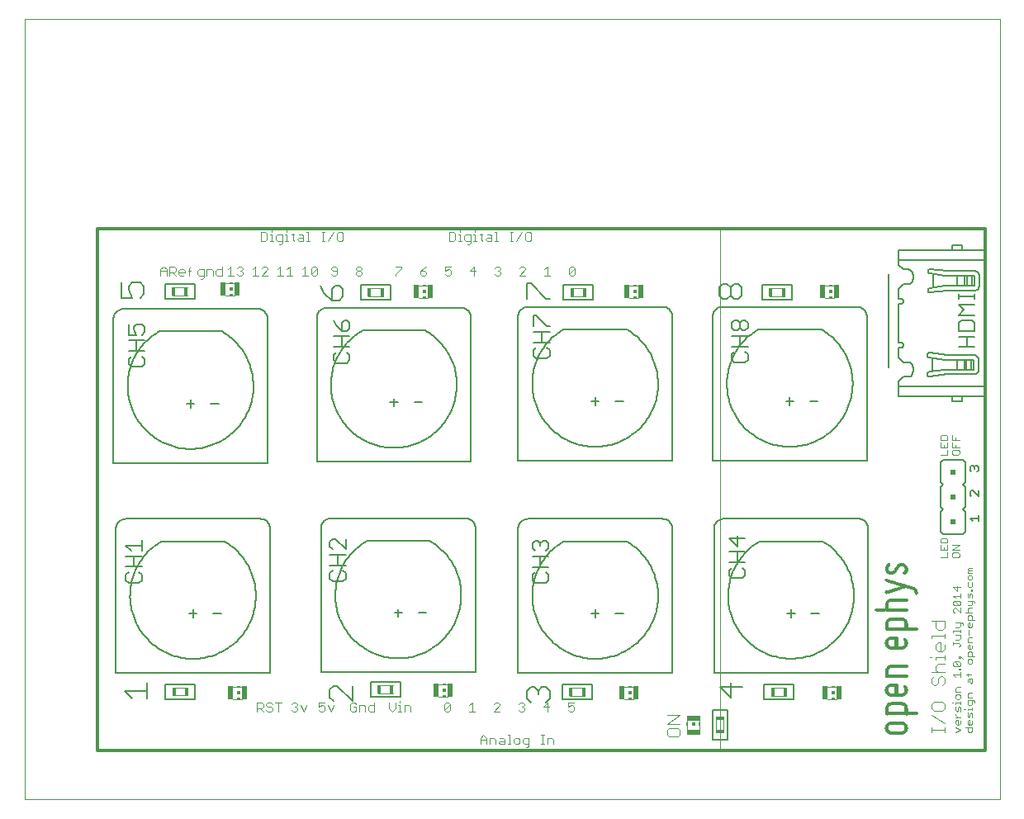
<source format=gto>
G75*
%MOIN*%
%OFA0B0*%
%FSLAX24Y24*%
%IPPOS*%
%LPD*%
%AMOC8*
5,1,8,0,0,1.08239X$1,22.5*
%
%ADD10C,0.0000*%
%ADD11C,0.0030*%
%ADD12C,0.0040*%
%ADD13C,0.0080*%
%ADD14C,0.0060*%
%ADD15C,0.0120*%
%ADD16C,0.0050*%
%ADD17R,0.0120X0.0320*%
%ADD18R,0.0320X0.0120*%
%ADD19R,0.0010X0.0040*%
%ADD20R,0.0010X0.0050*%
%ADD21R,0.0010X0.0070*%
%ADD22R,0.0010X0.0120*%
%ADD23R,0.0010X0.0100*%
%ADD24R,0.0010X0.0150*%
%ADD25R,0.0010X0.0170*%
%ADD26R,0.0010X0.0200*%
%ADD27R,0.0010X0.0210*%
%ADD28R,0.0010X0.0230*%
%ADD29R,0.0010X0.0240*%
%ADD30R,0.0010X0.0250*%
%ADD31R,0.0010X0.0140*%
%ADD32R,0.0010X0.0130*%
%ADD33R,0.0010X0.0290*%
%ADD34R,0.0010X0.0110*%
%ADD35R,0.0010X0.0340*%
%ADD36R,0.0010X0.0180*%
%ADD37R,0.0010X0.0360*%
%ADD38R,0.0010X0.0090*%
%ADD39R,0.0010X0.0220*%
%ADD40R,0.0010X0.0380*%
%ADD41R,0.0010X0.0280*%
%ADD42R,0.0010X0.0400*%
%ADD43R,0.0010X0.0310*%
%ADD44R,0.0010X0.0410*%
%ADD45R,0.0010X0.0330*%
%ADD46R,0.0010X0.0430*%
%ADD47R,0.0010X0.0350*%
%ADD48R,0.0010X0.0440*%
%ADD49R,0.0010X0.0370*%
%ADD50R,0.0010X0.0450*%
%ADD51R,0.0010X0.0390*%
%ADD52R,0.0010X0.0460*%
%ADD53R,0.0010X0.0470*%
%ADD54R,0.0010X0.0420*%
%ADD55R,0.0010X0.0190*%
%ADD56R,0.0010X0.0160*%
%ADD57R,0.0010X0.0060*%
%ADD58R,0.0010X0.0010*%
%ADD59R,0.0010X0.0030*%
%ADD60R,0.0010X0.0490*%
%ADD61R,0.0010X0.0500*%
%ADD62R,0.0010X0.0510*%
%ADD63R,0.0010X0.0080*%
%ADD64R,0.0010X0.0260*%
%ADD65R,0.0010X0.0320*%
%ADD66R,0.0240X0.0240*%
%ADD67R,0.0118X0.0059*%
%ADD68R,0.0118X0.0118*%
%ADD69R,0.0236X0.0531*%
%ADD70R,0.0059X0.0118*%
%ADD71R,0.0531X0.0236*%
D10*
X005620Y000100D02*
X005620Y031596D01*
X044990Y031596D01*
X044990Y000100D01*
X005620Y000100D01*
X028700Y002137D02*
X033700Y002137D01*
X033700Y023137D01*
X028200Y023137D01*
D11*
X027782Y021622D02*
X027844Y021561D01*
X027597Y021314D01*
X027658Y021252D01*
X027782Y021252D01*
X027844Y021314D01*
X027844Y021561D01*
X027782Y021622D02*
X027658Y021622D01*
X027597Y021561D01*
X027597Y021314D01*
X026844Y021252D02*
X026597Y021252D01*
X026720Y021252D02*
X026720Y021622D01*
X026597Y021499D01*
X025844Y021499D02*
X025844Y021561D01*
X025782Y021622D01*
X025658Y021622D01*
X025597Y021561D01*
X025844Y021499D02*
X025597Y021252D01*
X025844Y021252D01*
X024844Y021314D02*
X024782Y021252D01*
X024658Y021252D01*
X024597Y021314D01*
X024720Y021437D02*
X024782Y021437D01*
X024844Y021375D01*
X024844Y021314D01*
X024782Y021437D02*
X024844Y021499D01*
X024844Y021561D01*
X024782Y021622D01*
X024658Y021622D01*
X024597Y021561D01*
X023844Y021437D02*
X023597Y021437D01*
X023782Y021622D01*
X023782Y021252D01*
X022844Y021314D02*
X022782Y021252D01*
X022658Y021252D01*
X022597Y021314D01*
X022597Y021437D02*
X022720Y021499D01*
X022782Y021499D01*
X022844Y021437D01*
X022844Y021314D01*
X022597Y021437D02*
X022597Y021622D01*
X022844Y021622D01*
X021844Y021622D02*
X021720Y021561D01*
X021597Y021437D01*
X021782Y021437D01*
X021844Y021375D01*
X021844Y021314D01*
X021782Y021252D01*
X021658Y021252D01*
X021597Y021314D01*
X021597Y021437D01*
X020844Y021561D02*
X020597Y021314D01*
X020597Y021252D01*
X020597Y021622D02*
X020844Y021622D01*
X020844Y021561D01*
X019244Y021561D02*
X019244Y021499D01*
X019182Y021437D01*
X019058Y021437D01*
X018997Y021499D01*
X018997Y021561D01*
X019058Y021622D01*
X019182Y021622D01*
X019244Y021561D01*
X019182Y021437D02*
X019244Y021375D01*
X019244Y021314D01*
X019182Y021252D01*
X019058Y021252D01*
X018997Y021314D01*
X018997Y021375D01*
X019058Y021437D01*
X018244Y021437D02*
X018058Y021437D01*
X017997Y021499D01*
X017997Y021561D01*
X018058Y021622D01*
X018182Y021622D01*
X018244Y021561D01*
X018244Y021314D01*
X018182Y021252D01*
X018058Y021252D01*
X017997Y021314D01*
X017444Y021314D02*
X017444Y021561D01*
X017197Y021314D01*
X017258Y021252D01*
X017382Y021252D01*
X017444Y021314D01*
X017444Y021561D02*
X017382Y021622D01*
X017258Y021622D01*
X017197Y021561D01*
X017197Y021314D01*
X017075Y021252D02*
X016828Y021252D01*
X016952Y021252D02*
X016952Y021622D01*
X016828Y021499D01*
X016444Y021252D02*
X016197Y021252D01*
X016075Y021252D02*
X015828Y021252D01*
X015952Y021252D02*
X015952Y021622D01*
X015828Y021499D01*
X016197Y021499D02*
X016320Y021622D01*
X016320Y021252D01*
X015444Y021252D02*
X015197Y021252D01*
X015444Y021499D01*
X015444Y021561D01*
X015382Y021622D01*
X015258Y021622D01*
X015197Y021561D01*
X014952Y021622D02*
X014952Y021252D01*
X015075Y021252D02*
X014828Y021252D01*
X014828Y021499D02*
X014952Y021622D01*
X014444Y021561D02*
X014444Y021499D01*
X014382Y021437D01*
X014444Y021375D01*
X014444Y021314D01*
X014382Y021252D01*
X014258Y021252D01*
X014197Y021314D01*
X014075Y021252D02*
X013828Y021252D01*
X013952Y021252D02*
X013952Y021622D01*
X013828Y021499D01*
X013594Y021499D02*
X013408Y021499D01*
X013347Y021437D01*
X013347Y021314D01*
X013408Y021252D01*
X013594Y021252D01*
X013594Y021622D01*
X013225Y021437D02*
X013225Y021252D01*
X013225Y021437D02*
X013164Y021499D01*
X012978Y021499D01*
X012978Y021252D01*
X012857Y021252D02*
X012672Y021252D01*
X012610Y021314D01*
X012610Y021437D01*
X012672Y021499D01*
X012857Y021499D01*
X012857Y021190D01*
X012795Y021129D01*
X012733Y021129D01*
X012281Y021252D02*
X012281Y021561D01*
X012343Y021622D01*
X012343Y021437D02*
X012219Y021437D01*
X012098Y021437D02*
X012098Y021375D01*
X011851Y021375D01*
X011851Y021314D02*
X011851Y021437D01*
X011913Y021499D01*
X012036Y021499D01*
X012098Y021437D01*
X012036Y021252D02*
X011913Y021252D01*
X011851Y021314D01*
X011730Y021252D02*
X011606Y021375D01*
X011668Y021375D02*
X011483Y021375D01*
X011483Y021252D02*
X011483Y021622D01*
X011668Y021622D01*
X011730Y021561D01*
X011730Y021437D01*
X011668Y021375D01*
X011361Y021437D02*
X011115Y021437D01*
X011115Y021499D02*
X011238Y021622D01*
X011361Y021499D01*
X011361Y021252D01*
X011115Y021252D02*
X011115Y021499D01*
X014197Y021561D02*
X014258Y021622D01*
X014382Y021622D01*
X014444Y021561D01*
X014382Y021437D02*
X014320Y021437D01*
X015165Y022652D02*
X015350Y022652D01*
X015412Y022714D01*
X015412Y022961D01*
X015350Y023022D01*
X015165Y023022D01*
X015165Y022652D01*
X015533Y022652D02*
X015657Y022652D01*
X015595Y022652D02*
X015595Y022899D01*
X015533Y022899D01*
X015595Y023022D02*
X015595Y023084D01*
X015841Y022899D02*
X015779Y022837D01*
X015779Y022714D01*
X015841Y022652D01*
X016026Y022652D01*
X016026Y022590D02*
X016026Y022899D01*
X015841Y022899D01*
X016147Y022899D02*
X016209Y022899D01*
X016209Y022652D01*
X016147Y022652D02*
X016271Y022652D01*
X016454Y022714D02*
X016516Y022652D01*
X016454Y022714D02*
X016454Y022961D01*
X016393Y022899D02*
X016516Y022899D01*
X016700Y022899D02*
X016823Y022899D01*
X016885Y022837D01*
X016885Y022652D01*
X016700Y022652D01*
X016638Y022714D01*
X016700Y022775D01*
X016885Y022775D01*
X017007Y022652D02*
X017130Y022652D01*
X017068Y022652D02*
X017068Y023022D01*
X017007Y023022D01*
X017620Y023022D02*
X017744Y023022D01*
X017682Y023022D02*
X017682Y022652D01*
X017620Y022652D02*
X017744Y022652D01*
X017866Y022652D02*
X018113Y023022D01*
X018234Y022961D02*
X018234Y022714D01*
X018296Y022652D01*
X018419Y022652D01*
X018481Y022714D01*
X018481Y022961D01*
X018419Y023022D01*
X018296Y023022D01*
X018234Y022961D01*
X016209Y023022D02*
X016209Y023084D01*
X016026Y022590D02*
X015964Y022529D01*
X015902Y022529D01*
X022765Y022652D02*
X022950Y022652D01*
X023012Y022714D01*
X023012Y022961D01*
X022950Y023022D01*
X022765Y023022D01*
X022765Y022652D01*
X023133Y022652D02*
X023257Y022652D01*
X023195Y022652D02*
X023195Y022899D01*
X023133Y022899D01*
X023195Y023022D02*
X023195Y023084D01*
X023441Y022899D02*
X023379Y022837D01*
X023379Y022714D01*
X023441Y022652D01*
X023626Y022652D01*
X023626Y022590D02*
X023626Y022899D01*
X023441Y022899D01*
X023747Y022899D02*
X023809Y022899D01*
X023809Y022652D01*
X023747Y022652D02*
X023871Y022652D01*
X024054Y022714D02*
X024054Y022961D01*
X023993Y022899D02*
X024116Y022899D01*
X024300Y022899D02*
X024423Y022899D01*
X024485Y022837D01*
X024485Y022652D01*
X024300Y022652D01*
X024238Y022714D01*
X024300Y022775D01*
X024485Y022775D01*
X024607Y022652D02*
X024730Y022652D01*
X024668Y022652D02*
X024668Y023022D01*
X024607Y023022D01*
X025220Y023022D02*
X025344Y023022D01*
X025282Y023022D02*
X025282Y022652D01*
X025220Y022652D02*
X025344Y022652D01*
X025466Y022652D02*
X025713Y023022D01*
X025834Y022961D02*
X025834Y022714D01*
X025896Y022652D01*
X026019Y022652D01*
X026081Y022714D01*
X026081Y022961D01*
X026019Y023022D01*
X025896Y023022D01*
X025834Y022961D01*
X024116Y022652D02*
X024054Y022714D01*
X023809Y023022D02*
X023809Y023084D01*
X023626Y022590D02*
X023564Y022529D01*
X023502Y022529D01*
X042586Y014763D02*
X042586Y014618D01*
X042877Y014618D01*
X042877Y014763D01*
X042828Y014811D01*
X042635Y014811D01*
X042586Y014763D01*
X042586Y014517D02*
X042586Y014323D01*
X042877Y014323D01*
X042877Y014517D01*
X042732Y014420D02*
X042732Y014323D01*
X042877Y014222D02*
X042877Y014028D01*
X042586Y014028D01*
X043066Y014077D02*
X043115Y014028D01*
X043308Y014028D01*
X043357Y014077D01*
X043357Y014174D01*
X043308Y014222D01*
X043115Y014222D01*
X043066Y014174D01*
X043066Y014077D01*
X043066Y014323D02*
X043066Y014517D01*
X043066Y014618D02*
X043066Y014811D01*
X043212Y014714D02*
X043212Y014618D01*
X043357Y014618D02*
X043066Y014618D01*
X043212Y014420D02*
X043212Y014323D01*
X043357Y014323D02*
X043066Y014323D01*
X042828Y010662D02*
X042635Y010662D01*
X042586Y010613D01*
X042586Y010468D01*
X042877Y010468D01*
X042877Y010613D01*
X042828Y010662D01*
X042877Y010367D02*
X042877Y010173D01*
X042586Y010173D01*
X042586Y010367D01*
X042732Y010270D02*
X042732Y010173D01*
X042877Y010072D02*
X042877Y009879D01*
X042586Y009879D01*
X043066Y009927D02*
X043115Y009879D01*
X043308Y009879D01*
X043357Y009927D01*
X043357Y010024D01*
X043308Y010072D01*
X043115Y010072D01*
X043066Y010024D01*
X043066Y009927D01*
X043066Y010173D02*
X043357Y010367D01*
X043066Y010367D01*
X043066Y010173D02*
X043357Y010173D01*
X043735Y009454D02*
X043880Y009454D01*
X043880Y009358D02*
X043735Y009358D01*
X043686Y009406D01*
X043735Y009454D01*
X043735Y009358D02*
X043686Y009309D01*
X043686Y009261D01*
X043880Y009261D01*
X043832Y009160D02*
X043735Y009160D01*
X043686Y009111D01*
X043686Y009015D01*
X043735Y008966D01*
X043832Y008966D01*
X043880Y009015D01*
X043880Y009111D01*
X043832Y009160D01*
X043880Y008865D02*
X043880Y008720D01*
X043832Y008672D01*
X043735Y008672D01*
X043686Y008720D01*
X043686Y008865D01*
X043832Y008573D02*
X043832Y008524D01*
X043880Y008524D01*
X043880Y008573D01*
X043832Y008573D01*
X043832Y008423D02*
X043783Y008375D01*
X043783Y008278D01*
X043735Y008230D01*
X043686Y008278D01*
X043686Y008423D01*
X043832Y008423D02*
X043880Y008375D01*
X043880Y008230D01*
X043880Y008128D02*
X043880Y007983D01*
X043832Y007935D01*
X043686Y007935D01*
X043735Y007834D02*
X043880Y007834D01*
X043735Y007834D02*
X043686Y007785D01*
X043686Y007689D01*
X043735Y007640D01*
X043735Y007539D02*
X043832Y007539D01*
X043880Y007491D01*
X043880Y007346D01*
X043977Y007346D02*
X043686Y007346D01*
X043686Y007491D01*
X043735Y007539D01*
X043590Y007640D02*
X043880Y007640D01*
X043977Y008032D02*
X043977Y008080D01*
X043928Y008128D01*
X043686Y008128D01*
X043400Y008080D02*
X043400Y007983D01*
X043352Y007935D01*
X043158Y008128D01*
X043352Y008128D01*
X043400Y008080D01*
X043400Y008230D02*
X043400Y008423D01*
X043400Y008326D02*
X043110Y008326D01*
X043206Y008230D01*
X043158Y008128D02*
X043110Y008080D01*
X043110Y007983D01*
X043158Y007935D01*
X043352Y007935D01*
X043400Y007834D02*
X043400Y007640D01*
X043206Y007834D01*
X043158Y007834D01*
X043110Y007785D01*
X043110Y007689D01*
X043158Y007640D01*
X043206Y007244D02*
X043448Y007244D01*
X043497Y007196D01*
X043497Y007148D01*
X043400Y007099D02*
X043400Y007244D01*
X043400Y007099D02*
X043352Y007051D01*
X043206Y007051D01*
X043110Y006903D02*
X043400Y006903D01*
X043400Y006855D02*
X043400Y006951D01*
X043400Y006753D02*
X043206Y006753D01*
X043110Y006855D02*
X043110Y006903D01*
X043400Y006753D02*
X043400Y006608D01*
X043352Y006560D01*
X043206Y006560D01*
X043110Y006459D02*
X043110Y006362D01*
X043110Y006410D02*
X043352Y006410D01*
X043400Y006362D01*
X043400Y006314D01*
X043352Y006265D01*
X043686Y006312D02*
X043735Y006360D01*
X043783Y006360D01*
X043783Y006167D01*
X043735Y006167D02*
X043686Y006215D01*
X043686Y006312D01*
X043686Y006462D02*
X043686Y006607D01*
X043735Y006655D01*
X043880Y006655D01*
X043735Y006756D02*
X043735Y006950D01*
X043735Y007051D02*
X043686Y007099D01*
X043686Y007196D01*
X043735Y007244D01*
X043783Y007244D01*
X043783Y007051D01*
X043735Y007051D02*
X043832Y007051D01*
X043880Y007099D01*
X043880Y007196D01*
X043880Y006462D02*
X043686Y006462D01*
X043880Y006312D02*
X043880Y006215D01*
X043832Y006167D01*
X043735Y006167D01*
X043735Y006066D02*
X043832Y006066D01*
X043880Y006017D01*
X043880Y005872D01*
X043977Y005872D02*
X043686Y005872D01*
X043686Y006017D01*
X043735Y006066D01*
X043735Y005771D02*
X043686Y005723D01*
X043686Y005626D01*
X043735Y005578D01*
X043832Y005578D01*
X043880Y005626D01*
X043880Y005723D01*
X043832Y005771D01*
X043735Y005771D01*
X043497Y005774D02*
X043400Y005871D01*
X043400Y005822D01*
X043352Y005822D01*
X043352Y005871D01*
X043400Y005871D01*
X043352Y005673D02*
X043158Y005673D01*
X043352Y005479D01*
X043400Y005528D01*
X043400Y005625D01*
X043352Y005673D01*
X043352Y005479D02*
X043158Y005479D01*
X043110Y005528D01*
X043110Y005625D01*
X043158Y005673D01*
X043352Y005381D02*
X043400Y005381D01*
X043400Y005332D01*
X043352Y005332D01*
X043352Y005381D01*
X043400Y005231D02*
X043400Y005037D01*
X043400Y005134D02*
X043110Y005134D01*
X043206Y005037D01*
X043255Y004642D02*
X043400Y004642D01*
X043255Y004642D02*
X043206Y004593D01*
X043206Y004448D01*
X043400Y004448D01*
X043352Y004347D02*
X043255Y004347D01*
X043206Y004299D01*
X043206Y004202D01*
X043255Y004154D01*
X043352Y004154D01*
X043400Y004202D01*
X043400Y004299D01*
X043352Y004347D01*
X043400Y004054D02*
X043400Y003957D01*
X043400Y004005D02*
X043206Y004005D01*
X043206Y003957D01*
X043206Y003856D02*
X043206Y003711D01*
X043255Y003662D01*
X043303Y003711D01*
X043303Y003808D01*
X043352Y003856D01*
X043400Y003808D01*
X043400Y003662D01*
X043541Y003760D02*
X043590Y003760D01*
X043686Y003760D02*
X043880Y003760D01*
X043880Y003712D02*
X043880Y003808D01*
X043832Y003908D02*
X043880Y003956D01*
X043880Y004101D01*
X043928Y004101D02*
X043686Y004101D01*
X043686Y003956D01*
X043735Y003908D01*
X043832Y003908D01*
X043977Y004005D02*
X043977Y004053D01*
X043928Y004101D01*
X043880Y004203D02*
X043686Y004203D01*
X043686Y004348D01*
X043735Y004396D01*
X043880Y004396D01*
X043832Y004792D02*
X043783Y004840D01*
X043783Y004985D01*
X043735Y004985D02*
X043880Y004985D01*
X043880Y004840D01*
X043832Y004792D01*
X043686Y004840D02*
X043686Y004937D01*
X043735Y004985D01*
X043686Y005087D02*
X043686Y005183D01*
X043638Y005135D02*
X043832Y005135D01*
X043880Y005183D01*
X043110Y004005D02*
X043061Y004005D01*
X043206Y003562D02*
X043206Y003514D01*
X043303Y003417D01*
X043400Y003417D02*
X043206Y003417D01*
X043255Y003316D02*
X043303Y003316D01*
X043303Y003122D01*
X043255Y003122D02*
X043206Y003171D01*
X043206Y003267D01*
X043255Y003316D01*
X043400Y003267D02*
X043400Y003171D01*
X043352Y003122D01*
X043255Y003122D01*
X043206Y003021D02*
X043400Y002924D01*
X043206Y002828D01*
X043590Y003021D02*
X043880Y003021D01*
X043880Y002876D01*
X043832Y002828D01*
X043735Y002828D01*
X043686Y002876D01*
X043686Y003021D01*
X043735Y003122D02*
X043686Y003171D01*
X043686Y003267D01*
X043735Y003316D01*
X043783Y003316D01*
X043783Y003122D01*
X043735Y003122D02*
X043832Y003122D01*
X043880Y003171D01*
X043880Y003267D01*
X043880Y003417D02*
X043880Y003562D01*
X043832Y003610D01*
X043783Y003562D01*
X043783Y003465D01*
X043735Y003417D01*
X043686Y003465D01*
X043686Y003610D01*
X043686Y003712D02*
X043686Y003760D01*
X043255Y008524D02*
X043255Y008718D01*
X043400Y008669D02*
X043110Y008669D01*
X043255Y008524D01*
X027812Y004022D02*
X027565Y004022D01*
X027565Y003837D01*
X027688Y003899D01*
X027750Y003899D01*
X027812Y003837D01*
X027812Y003714D01*
X027750Y003652D01*
X027627Y003652D01*
X027565Y003714D01*
X026812Y003837D02*
X026565Y003837D01*
X026750Y004022D01*
X026750Y003652D01*
X025812Y003714D02*
X025750Y003652D01*
X025627Y003652D01*
X025565Y003714D01*
X025688Y003837D02*
X025750Y003837D01*
X025812Y003775D01*
X025812Y003714D01*
X025750Y003837D02*
X025812Y003899D01*
X025812Y003961D01*
X025750Y004022D01*
X025627Y004022D01*
X025565Y003961D01*
X024812Y003961D02*
X024750Y004022D01*
X024627Y004022D01*
X024565Y003961D01*
X024812Y003961D02*
X024812Y003899D01*
X024565Y003652D01*
X024812Y003652D01*
X023812Y003652D02*
X023565Y003652D01*
X023688Y003652D02*
X023688Y004022D01*
X023565Y003899D01*
X022812Y003961D02*
X022812Y003714D01*
X022750Y003652D01*
X022627Y003652D01*
X022565Y003714D01*
X022812Y003961D01*
X022750Y004022D01*
X022627Y004022D01*
X022565Y003961D01*
X022565Y003714D01*
X021208Y003652D02*
X021208Y003837D01*
X021146Y003899D01*
X020961Y003899D01*
X020961Y003652D01*
X020839Y003652D02*
X020715Y003652D01*
X020777Y003652D02*
X020777Y003899D01*
X020715Y003899D01*
X020777Y004022D02*
X020777Y004084D01*
X020594Y004022D02*
X020594Y003775D01*
X020470Y003652D01*
X020347Y003775D01*
X020347Y004022D01*
X019752Y004022D02*
X019752Y003652D01*
X019567Y003652D01*
X019506Y003714D01*
X019506Y003837D01*
X019567Y003899D01*
X019752Y003899D01*
X019384Y003837D02*
X019384Y003652D01*
X019384Y003837D02*
X019322Y003899D01*
X019137Y003899D01*
X019137Y003652D01*
X019016Y003714D02*
X019016Y003837D01*
X018892Y003837D01*
X018769Y003714D02*
X018769Y003961D01*
X018831Y004022D01*
X018954Y004022D01*
X019016Y003961D01*
X019016Y003714D02*
X018954Y003652D01*
X018831Y003652D01*
X018769Y003714D01*
X018112Y003899D02*
X017989Y003652D01*
X017865Y003899D01*
X017744Y003837D02*
X017744Y003714D01*
X017682Y003652D01*
X017559Y003652D01*
X017497Y003714D01*
X017497Y003837D02*
X017620Y003899D01*
X017682Y003899D01*
X017744Y003837D01*
X017744Y004022D02*
X017497Y004022D01*
X017497Y003837D01*
X017012Y003899D02*
X016889Y003652D01*
X016765Y003899D01*
X016644Y003899D02*
X016582Y003837D01*
X016644Y003775D01*
X016644Y003714D01*
X016582Y003652D01*
X016459Y003652D01*
X016397Y003714D01*
X016520Y003837D02*
X016582Y003837D01*
X016644Y003899D02*
X016644Y003961D01*
X016582Y004022D01*
X016459Y004022D01*
X016397Y003961D01*
X015995Y004022D02*
X015748Y004022D01*
X015871Y004022D02*
X015871Y003652D01*
X015626Y003714D02*
X015564Y003652D01*
X015441Y003652D01*
X015379Y003714D01*
X015258Y003652D02*
X015134Y003775D01*
X015196Y003775D02*
X015011Y003775D01*
X015011Y003652D02*
X015011Y004022D01*
X015196Y004022D01*
X015258Y003961D01*
X015258Y003837D01*
X015196Y003775D01*
X015379Y003899D02*
X015441Y003837D01*
X015564Y003837D01*
X015626Y003775D01*
X015626Y003714D01*
X015626Y003961D02*
X015564Y004022D01*
X015441Y004022D01*
X015379Y003961D01*
X015379Y003899D01*
X024019Y002581D02*
X024019Y002334D01*
X024019Y002519D02*
X024266Y002519D01*
X024266Y002581D02*
X024266Y002334D01*
X024387Y002334D02*
X024387Y002581D01*
X024572Y002581D01*
X024634Y002519D01*
X024634Y002334D01*
X024756Y002396D02*
X024817Y002457D01*
X025002Y002457D01*
X025002Y002519D02*
X025002Y002334D01*
X024817Y002334D01*
X024756Y002396D01*
X024817Y002581D02*
X024941Y002581D01*
X025002Y002519D01*
X025124Y002334D02*
X025247Y002334D01*
X025186Y002334D02*
X025186Y002704D01*
X025124Y002704D01*
X025369Y002519D02*
X025369Y002396D01*
X025431Y002334D01*
X025555Y002334D01*
X025616Y002396D01*
X025616Y002519D01*
X025555Y002581D01*
X025431Y002581D01*
X025369Y002519D01*
X025738Y002519D02*
X025799Y002581D01*
X025985Y002581D01*
X025985Y002272D01*
X025923Y002211D01*
X025861Y002211D01*
X025799Y002334D02*
X025985Y002334D01*
X025799Y002334D02*
X025738Y002396D01*
X025738Y002519D01*
X026474Y002334D02*
X026598Y002334D01*
X026536Y002334D02*
X026536Y002704D01*
X026474Y002704D02*
X026598Y002704D01*
X026720Y002581D02*
X026720Y002334D01*
X026967Y002334D02*
X026967Y002519D01*
X026905Y002581D01*
X026720Y002581D01*
X024266Y002581D02*
X024142Y002704D01*
X024019Y002581D01*
D12*
X022697Y004254D02*
X022333Y004254D01*
X022343Y004746D02*
X022697Y004746D01*
X020490Y004714D02*
X019890Y004714D01*
X019890Y004394D02*
X020490Y004394D01*
X014397Y004154D02*
X014033Y004154D01*
X014043Y004646D02*
X014397Y004646D01*
X012215Y004618D02*
X011615Y004618D01*
X011615Y004298D02*
X012215Y004298D01*
X027632Y004278D02*
X028232Y004278D01*
X028232Y004598D02*
X027632Y004598D01*
X029843Y004646D02*
X030197Y004646D01*
X030197Y004154D02*
X029833Y004154D01*
X031559Y003499D02*
X032079Y003499D01*
X031559Y003152D01*
X032079Y003152D01*
X031993Y002983D02*
X032079Y002897D01*
X032079Y002723D01*
X031993Y002636D01*
X031646Y002636D01*
X031559Y002723D01*
X031559Y002897D01*
X031646Y002983D01*
X031993Y002983D01*
X032374Y002923D02*
X032374Y003277D01*
X032866Y003277D02*
X032866Y002913D01*
X033530Y002814D02*
X033530Y003414D01*
X033850Y003414D02*
X033850Y002814D01*
X035779Y004285D02*
X036379Y004285D01*
X036379Y004605D02*
X035779Y004605D01*
X038043Y004646D02*
X038397Y004646D01*
X038397Y004154D02*
X038033Y004154D01*
X042241Y003947D02*
X042241Y003774D01*
X042328Y003687D01*
X042675Y003687D01*
X042762Y003774D01*
X042762Y003947D01*
X042675Y004034D01*
X042328Y004034D01*
X042241Y003947D01*
X042241Y003518D02*
X042762Y003171D01*
X042762Y003001D02*
X042762Y002828D01*
X042762Y002914D02*
X042241Y002914D01*
X042241Y002828D02*
X042241Y003001D01*
X042328Y004718D02*
X042415Y004718D01*
X042501Y004805D01*
X042501Y004979D01*
X042588Y005065D01*
X042675Y005065D01*
X042762Y004979D01*
X042762Y004805D01*
X042675Y004718D01*
X042328Y004718D02*
X042241Y004805D01*
X042241Y004979D01*
X042328Y005065D01*
X042241Y005234D02*
X042762Y005234D01*
X042501Y005234D02*
X042415Y005321D01*
X042415Y005494D01*
X042501Y005581D01*
X042762Y005581D01*
X042762Y005750D02*
X042762Y005923D01*
X042762Y005836D02*
X042415Y005836D01*
X042415Y005750D01*
X042241Y005836D02*
X042154Y005836D01*
X042415Y006180D02*
X042415Y006354D01*
X042501Y006440D01*
X042588Y006440D01*
X042588Y006093D01*
X042501Y006093D02*
X042415Y006180D01*
X042501Y006093D02*
X042675Y006093D01*
X042762Y006180D01*
X042762Y006354D01*
X042762Y006609D02*
X042762Y006782D01*
X042762Y006696D02*
X042241Y006696D01*
X042241Y006609D01*
X042501Y006953D02*
X042415Y007040D01*
X042415Y007300D01*
X042241Y007300D02*
X042762Y007300D01*
X042762Y007040D01*
X042675Y006953D01*
X042501Y006953D01*
X038297Y020354D02*
X037933Y020354D01*
X037943Y020846D02*
X038297Y020846D01*
X036305Y020741D02*
X035705Y020741D01*
X035705Y020421D02*
X036305Y020421D01*
X030397Y020354D02*
X030033Y020354D01*
X030043Y020846D02*
X030397Y020846D01*
X028284Y020741D02*
X027684Y020741D01*
X027684Y020421D02*
X028284Y020421D01*
X021897Y020354D02*
X021533Y020354D01*
X021543Y020846D02*
X021897Y020846D01*
X020101Y020749D02*
X019501Y020749D01*
X019501Y020429D02*
X020101Y020429D01*
X014097Y020454D02*
X013733Y020454D01*
X013743Y020946D02*
X014097Y020946D01*
X012187Y020772D02*
X011587Y020772D01*
X011587Y020452D02*
X012187Y020452D01*
D13*
X010439Y020510D02*
X010286Y020357D01*
X010439Y020510D02*
X010439Y020817D01*
X010286Y020971D01*
X009979Y020971D01*
X009826Y020817D01*
X009826Y020664D01*
X009979Y020357D01*
X009519Y020357D01*
X009519Y020971D01*
X017564Y020858D02*
X017717Y020551D01*
X018024Y020244D01*
X018024Y020705D01*
X018177Y020858D01*
X018331Y020858D01*
X018484Y020705D01*
X018484Y020398D01*
X018331Y020244D01*
X018024Y020244D01*
X025913Y020319D02*
X025913Y020933D01*
X026067Y020933D01*
X026680Y020319D01*
X026834Y020319D01*
X033663Y020456D02*
X033663Y020763D01*
X033816Y020916D01*
X033970Y020916D01*
X034123Y020763D01*
X034123Y020456D01*
X033970Y020303D01*
X033816Y020303D01*
X033663Y020456D01*
X034123Y020456D02*
X034277Y020303D01*
X034430Y020303D01*
X034584Y020456D01*
X034584Y020763D01*
X034430Y020916D01*
X034277Y020916D01*
X034123Y020763D01*
X034148Y004810D02*
X034148Y004196D01*
X033687Y004657D01*
X034608Y004657D01*
X026824Y004489D02*
X026824Y004182D01*
X026671Y004029D01*
X026364Y004336D02*
X026364Y004489D01*
X026517Y004643D01*
X026671Y004643D01*
X026824Y004489D01*
X026364Y004489D02*
X026210Y004643D01*
X026057Y004643D01*
X025904Y004489D01*
X025904Y004182D01*
X026057Y004029D01*
X018855Y004074D02*
X018241Y004688D01*
X018088Y004688D01*
X017934Y004535D01*
X017934Y004228D01*
X018088Y004074D01*
X018855Y004074D02*
X018855Y004688D01*
X010582Y004798D02*
X010582Y004185D01*
X010582Y004491D02*
X009661Y004491D01*
X009968Y004185D01*
D14*
X009823Y008854D02*
X010250Y008854D01*
X010357Y008961D01*
X010357Y009174D01*
X010250Y009281D01*
X010357Y009498D02*
X009716Y009498D01*
X009823Y009281D02*
X009716Y009174D01*
X009716Y008961D01*
X009823Y008854D01*
X010036Y009498D02*
X010036Y009925D01*
X009930Y010143D02*
X009716Y010356D01*
X010357Y010356D01*
X010357Y010143D02*
X010357Y010570D01*
X010357Y009925D02*
X009716Y009925D01*
X017946Y009982D02*
X018587Y009982D01*
X018587Y010200D02*
X018160Y010627D01*
X018053Y010627D01*
X017946Y010520D01*
X017946Y010307D01*
X018053Y010200D01*
X018267Y009982D02*
X018267Y009555D01*
X018480Y009338D02*
X018587Y009231D01*
X018587Y009018D01*
X018480Y008911D01*
X018053Y008911D01*
X017946Y009018D01*
X017946Y009231D01*
X018053Y009338D01*
X017946Y009555D02*
X018587Y009555D01*
X018587Y010200D02*
X018587Y010627D01*
X026127Y010453D02*
X026234Y010560D01*
X026341Y010560D01*
X026448Y010453D01*
X026555Y010560D01*
X026661Y010560D01*
X026768Y010453D01*
X026768Y010240D01*
X026661Y010133D01*
X026768Y009916D02*
X026127Y009916D01*
X026234Y010133D02*
X026127Y010240D01*
X026127Y010453D01*
X026448Y010453D02*
X026448Y010347D01*
X026448Y009916D02*
X026448Y009489D01*
X026661Y009271D02*
X026768Y009164D01*
X026768Y008951D01*
X026661Y008844D01*
X026234Y008844D01*
X026127Y008951D01*
X026127Y009164D01*
X026234Y009271D01*
X026127Y009489D02*
X026768Y009489D01*
X034076Y009351D02*
X034076Y009138D01*
X034183Y009031D01*
X034610Y009031D01*
X034717Y009138D01*
X034717Y009351D01*
X034610Y009458D01*
X034717Y009676D02*
X034076Y009676D01*
X034183Y009458D02*
X034076Y009351D01*
X034397Y009676D02*
X034397Y010103D01*
X034397Y010320D02*
X034397Y010747D01*
X034717Y010640D02*
X034076Y010640D01*
X034397Y010320D01*
X034717Y010103D02*
X034076Y010103D01*
X042601Y010913D02*
X042601Y011713D01*
X042701Y011813D01*
X042601Y011913D01*
X042601Y012713D01*
X042701Y012813D01*
X042601Y012913D01*
X042601Y013713D01*
X042701Y013813D01*
X043501Y013813D01*
X043601Y013713D01*
X043601Y012913D01*
X043501Y012813D01*
X043601Y012713D01*
X043601Y011913D01*
X043501Y011813D01*
X043601Y011713D01*
X043601Y010913D01*
X043501Y010813D01*
X042701Y010813D01*
X042601Y010913D01*
X034819Y017852D02*
X034712Y017746D01*
X034285Y017746D01*
X034179Y017852D01*
X034179Y018066D01*
X034285Y018173D01*
X034179Y018390D02*
X034819Y018390D01*
X034712Y018173D02*
X034819Y018066D01*
X034819Y017852D01*
X034499Y018390D02*
X034499Y018817D01*
X034606Y019035D02*
X034499Y019141D01*
X034499Y019355D01*
X034606Y019462D01*
X034712Y019462D01*
X034819Y019355D01*
X034819Y019141D01*
X034712Y019035D01*
X034606Y019035D01*
X034499Y019141D02*
X034392Y019035D01*
X034285Y019035D01*
X034179Y019141D01*
X034179Y019355D01*
X034285Y019462D01*
X034392Y019462D01*
X034499Y019355D01*
X034179Y018817D02*
X034819Y018817D01*
X026819Y018986D02*
X026179Y018986D01*
X026179Y019204D02*
X026179Y019631D01*
X026285Y019631D01*
X026712Y019204D01*
X026819Y019204D01*
X026499Y018986D02*
X026499Y018559D01*
X026712Y018342D02*
X026819Y018235D01*
X026819Y018022D01*
X026712Y017915D01*
X026285Y017915D01*
X026179Y018022D01*
X026179Y018235D01*
X026285Y018342D01*
X026179Y018559D02*
X026819Y018559D01*
X018744Y018372D02*
X018104Y018372D01*
X018211Y018155D02*
X018104Y018048D01*
X018104Y017835D01*
X018211Y017728D01*
X018638Y017728D01*
X018744Y017835D01*
X018744Y018048D01*
X018638Y018155D01*
X018424Y018372D02*
X018424Y018799D01*
X018424Y019017D02*
X018424Y019337D01*
X018531Y019444D01*
X018638Y019444D01*
X018744Y019337D01*
X018744Y019124D01*
X018638Y019017D01*
X018424Y019017D01*
X018211Y019230D01*
X018104Y019444D01*
X018104Y018799D02*
X018744Y018799D01*
X010471Y018640D02*
X009830Y018640D01*
X009830Y018857D02*
X010151Y018857D01*
X010044Y019071D01*
X010044Y019178D01*
X010151Y019285D01*
X010364Y019285D01*
X010471Y019178D01*
X010471Y018964D01*
X010364Y018857D01*
X010151Y018640D02*
X010151Y018213D01*
X010364Y017995D02*
X010471Y017889D01*
X010471Y017675D01*
X010364Y017568D01*
X009937Y017568D01*
X009830Y017675D01*
X009830Y017889D01*
X009937Y017995D01*
X009830Y018213D02*
X010471Y018213D01*
X009830Y018857D02*
X009830Y019285D01*
X043335Y019331D02*
X043335Y019011D01*
X043976Y019011D01*
X043976Y019331D01*
X043869Y019438D01*
X043442Y019438D01*
X043335Y019331D01*
X043335Y018793D02*
X043976Y018793D01*
X043655Y018793D02*
X043655Y018366D01*
X043335Y018366D02*
X043976Y018366D01*
X043976Y019655D02*
X043335Y019655D01*
X043548Y019869D01*
X043335Y020082D01*
X043976Y020082D01*
X043976Y020300D02*
X043976Y020513D01*
X043976Y020407D02*
X043335Y020407D01*
X043335Y020513D02*
X043335Y020300D01*
D15*
X044399Y023131D02*
X044399Y002069D01*
X008572Y002069D01*
X008572Y023131D01*
X044399Y023131D01*
D16*
X044439Y022285D02*
X043454Y022285D01*
X043454Y022482D01*
X043061Y022482D01*
X043061Y022285D01*
X040895Y022285D01*
X040895Y021891D01*
X044439Y021891D01*
X044439Y022285D01*
X044439Y021891D02*
X044439Y016773D01*
X040895Y016773D01*
X040895Y016380D01*
X043061Y016380D01*
X043061Y016183D01*
X043454Y016183D01*
X043454Y016380D01*
X044439Y016380D01*
X044439Y016773D01*
X043946Y017265D02*
X042864Y017265D01*
X042165Y017178D01*
X042148Y017177D01*
X042132Y017181D01*
X042116Y017187D01*
X042103Y017197D01*
X042091Y017209D01*
X042083Y017224D01*
X042078Y017239D01*
X042076Y017256D01*
X042076Y017295D01*
X042078Y017311D01*
X042082Y017326D01*
X042090Y017340D01*
X042101Y017353D01*
X042114Y017362D01*
X042128Y017369D01*
X042144Y017373D01*
X042765Y017462D01*
X043257Y017462D01*
X043257Y017856D01*
X042765Y017856D01*
X042144Y017945D01*
X042128Y017949D01*
X042114Y017956D01*
X042101Y017965D01*
X042090Y017978D01*
X042082Y017992D01*
X042078Y018007D01*
X042076Y018023D01*
X042076Y018062D01*
X042078Y018079D01*
X042083Y018094D01*
X042091Y018109D01*
X042103Y018121D01*
X042116Y018131D01*
X042132Y018137D01*
X042148Y018141D01*
X042165Y018140D01*
X042864Y018053D01*
X043946Y018053D01*
X043972Y018051D01*
X043997Y018046D01*
X044021Y018038D01*
X044045Y018027D01*
X044066Y018012D01*
X044085Y017995D01*
X044102Y017976D01*
X044117Y017955D01*
X044128Y017931D01*
X044136Y017907D01*
X044141Y017882D01*
X044143Y017856D01*
X044143Y017462D01*
X044141Y017436D01*
X044136Y017411D01*
X044128Y017387D01*
X044117Y017364D01*
X044102Y017342D01*
X044085Y017323D01*
X044066Y017306D01*
X044045Y017291D01*
X044021Y017280D01*
X043997Y017272D01*
X043972Y017267D01*
X043946Y017265D01*
X043946Y017462D02*
X043946Y017856D01*
X043848Y017856D01*
X043848Y017462D01*
X043946Y017462D01*
X043848Y017462D02*
X043651Y017462D01*
X043651Y017856D01*
X043553Y017856D01*
X043553Y017462D01*
X043651Y017462D01*
X043553Y017462D02*
X043257Y017462D01*
X043257Y017856D02*
X043553Y017856D01*
X043651Y017856D02*
X043848Y017856D01*
X042273Y017915D02*
X042273Y017403D01*
X041486Y017364D02*
X041486Y017561D01*
X041484Y017587D01*
X041479Y017612D01*
X041471Y017636D01*
X041460Y017660D01*
X041445Y017681D01*
X041428Y017700D01*
X041409Y017717D01*
X041388Y017732D01*
X041364Y017743D01*
X041340Y017751D01*
X041315Y017756D01*
X041289Y017758D01*
X041289Y017757D02*
X041092Y017757D01*
X040895Y017954D01*
X040895Y018348D01*
X041013Y018348D01*
X041028Y018350D01*
X041043Y018354D01*
X041057Y018361D01*
X041069Y018371D01*
X041079Y018383D01*
X041086Y018397D01*
X041090Y018412D01*
X041092Y018427D01*
X041092Y018466D01*
X041090Y018481D01*
X041086Y018496D01*
X041079Y018510D01*
X041069Y018522D01*
X041057Y018532D01*
X041043Y018539D01*
X041028Y018543D01*
X041013Y018545D01*
X040895Y018545D01*
X040895Y020120D01*
X041013Y020120D01*
X041013Y020119D02*
X041028Y020121D01*
X041043Y020125D01*
X041057Y020132D01*
X041069Y020142D01*
X041079Y020154D01*
X041086Y020168D01*
X041090Y020183D01*
X041092Y020198D01*
X041092Y020238D01*
X041090Y020253D01*
X041086Y020268D01*
X041079Y020282D01*
X041069Y020294D01*
X041057Y020304D01*
X041043Y020311D01*
X041028Y020315D01*
X041013Y020317D01*
X040895Y020317D01*
X040895Y020710D01*
X041092Y020907D01*
X041289Y020907D01*
X041315Y020909D01*
X041340Y020914D01*
X041364Y020922D01*
X041388Y020933D01*
X041409Y020948D01*
X041428Y020965D01*
X041445Y020984D01*
X041460Y021006D01*
X041471Y021029D01*
X041479Y021053D01*
X041484Y021078D01*
X041486Y021104D01*
X041486Y021301D01*
X041484Y021327D01*
X041479Y021352D01*
X041471Y021376D01*
X041460Y021400D01*
X041445Y021421D01*
X041428Y021440D01*
X041409Y021457D01*
X041388Y021472D01*
X041364Y021483D01*
X041340Y021491D01*
X041315Y021496D01*
X041289Y021498D01*
X041092Y021498D01*
X040895Y021694D01*
X040895Y021891D01*
X040502Y021301D02*
X040502Y017561D01*
X040895Y016970D02*
X041092Y017167D01*
X041289Y017167D01*
X041315Y017169D01*
X041340Y017174D01*
X041364Y017182D01*
X041388Y017193D01*
X041409Y017208D01*
X041428Y017225D01*
X041445Y017244D01*
X041460Y017266D01*
X041471Y017289D01*
X041479Y017313D01*
X041484Y017338D01*
X041486Y017364D01*
X040895Y016970D02*
X040895Y016773D01*
X043061Y016380D02*
X043454Y016380D01*
X043842Y013564D02*
X043786Y013508D01*
X043786Y013394D01*
X043842Y013338D01*
X043956Y013451D02*
X043956Y013508D01*
X044013Y013564D01*
X044069Y013564D01*
X044126Y013508D01*
X044126Y013394D01*
X044069Y013338D01*
X043956Y013508D02*
X043899Y013564D01*
X043842Y013564D01*
X043842Y012564D02*
X043786Y012508D01*
X043786Y012394D01*
X043842Y012338D01*
X043842Y012564D02*
X043899Y012564D01*
X044126Y012338D01*
X044126Y012564D01*
X044126Y011564D02*
X044126Y011338D01*
X044126Y011451D02*
X043786Y011451D01*
X043899Y011338D01*
X039676Y011041D02*
X039676Y005214D01*
X033456Y005214D01*
X033456Y011041D01*
X033455Y011041D02*
X033457Y011080D01*
X033463Y011118D01*
X033472Y011155D01*
X033485Y011192D01*
X033502Y011227D01*
X033521Y011260D01*
X033544Y011291D01*
X033570Y011320D01*
X033599Y011346D01*
X033630Y011369D01*
X033663Y011388D01*
X033698Y011405D01*
X033735Y011418D01*
X033772Y011427D01*
X033810Y011433D01*
X033849Y011435D01*
X039283Y011435D01*
X039322Y011433D01*
X039360Y011427D01*
X039397Y011418D01*
X039434Y011405D01*
X039469Y011388D01*
X039502Y011369D01*
X039533Y011346D01*
X039562Y011320D01*
X039588Y011291D01*
X039611Y011260D01*
X039630Y011227D01*
X039647Y011192D01*
X039660Y011155D01*
X039669Y011118D01*
X039675Y011080D01*
X039677Y011041D01*
X037826Y010529D02*
X035306Y010529D01*
X035306Y010528D02*
X035220Y010477D01*
X035137Y010422D01*
X035055Y010364D01*
X034976Y010303D01*
X034899Y010239D01*
X034825Y010172D01*
X034753Y010102D01*
X034684Y010029D01*
X034619Y009953D01*
X034556Y009875D01*
X034496Y009795D01*
X034440Y009712D01*
X034387Y009627D01*
X034337Y009540D01*
X034291Y009451D01*
X034248Y009361D01*
X034209Y009269D01*
X034174Y009175D01*
X034142Y009080D01*
X034114Y008984D01*
X034090Y008887D01*
X034070Y008789D01*
X034054Y008690D01*
X034041Y008591D01*
X034032Y008491D01*
X034028Y008391D01*
X034027Y008291D01*
X034031Y008191D01*
X034038Y008091D01*
X034049Y007991D01*
X034064Y007892D01*
X034083Y007794D01*
X034106Y007697D01*
X034132Y007600D01*
X034163Y007505D01*
X034197Y007411D01*
X034235Y007318D01*
X034276Y007227D01*
X034321Y007137D01*
X034370Y007050D01*
X034422Y006964D01*
X034477Y006881D01*
X034536Y006799D01*
X034597Y006721D01*
X034662Y006644D01*
X034730Y006570D01*
X034800Y006499D01*
X034874Y006431D01*
X034950Y006366D01*
X035028Y006304D01*
X035109Y006245D01*
X035192Y006189D01*
X035277Y006136D01*
X035364Y006087D01*
X035454Y006042D01*
X035544Y006000D01*
X035637Y005961D01*
X035731Y005926D01*
X035826Y005895D01*
X035922Y005868D01*
X036020Y005844D01*
X036118Y005825D01*
X036217Y005809D01*
X036316Y005797D01*
X036416Y005789D01*
X036516Y005785D01*
X036616Y005785D01*
X036716Y005789D01*
X036816Y005797D01*
X036915Y005809D01*
X037014Y005825D01*
X037112Y005844D01*
X037210Y005868D01*
X037306Y005895D01*
X037401Y005926D01*
X037495Y005961D01*
X037588Y006000D01*
X037678Y006042D01*
X037768Y006087D01*
X037855Y006136D01*
X037940Y006189D01*
X038023Y006245D01*
X038104Y006304D01*
X038182Y006366D01*
X038258Y006431D01*
X038332Y006499D01*
X038402Y006570D01*
X038470Y006644D01*
X038535Y006721D01*
X038596Y006799D01*
X038655Y006881D01*
X038710Y006964D01*
X038762Y007050D01*
X038811Y007137D01*
X038856Y007227D01*
X038897Y007318D01*
X038935Y007411D01*
X038969Y007505D01*
X039000Y007600D01*
X039026Y007697D01*
X039049Y007794D01*
X039068Y007892D01*
X039083Y007991D01*
X039094Y008091D01*
X039101Y008191D01*
X039105Y008291D01*
X039104Y008391D01*
X039100Y008491D01*
X039091Y008591D01*
X039078Y008690D01*
X039062Y008789D01*
X039042Y008887D01*
X039018Y008984D01*
X038990Y009080D01*
X038958Y009175D01*
X038923Y009269D01*
X038884Y009361D01*
X038841Y009451D01*
X038795Y009540D01*
X038745Y009627D01*
X038692Y009712D01*
X038636Y009795D01*
X038576Y009875D01*
X038513Y009953D01*
X038448Y010029D01*
X038379Y010102D01*
X038307Y010172D01*
X038233Y010239D01*
X038156Y010303D01*
X038077Y010364D01*
X037995Y010422D01*
X037912Y010477D01*
X037826Y010528D01*
X037700Y007616D02*
X037385Y007616D01*
X036723Y007616D02*
X036409Y007616D01*
X036566Y007773D02*
X036566Y007458D01*
X036679Y004745D02*
X035479Y004745D01*
X035479Y004145D01*
X036679Y004145D01*
X036679Y004745D01*
X033990Y003714D02*
X033390Y003714D01*
X033390Y002514D01*
X033990Y002514D01*
X033990Y003714D01*
X031771Y005211D02*
X025551Y005211D01*
X025551Y011037D01*
X025550Y011037D02*
X025552Y011076D01*
X025558Y011114D01*
X025567Y011151D01*
X025580Y011188D01*
X025597Y011223D01*
X025616Y011256D01*
X025639Y011287D01*
X025665Y011316D01*
X025694Y011342D01*
X025725Y011365D01*
X025758Y011384D01*
X025793Y011401D01*
X025830Y011414D01*
X025867Y011423D01*
X025905Y011429D01*
X025944Y011431D01*
X031377Y011431D01*
X031416Y011429D01*
X031454Y011423D01*
X031491Y011414D01*
X031528Y011401D01*
X031563Y011384D01*
X031596Y011365D01*
X031627Y011342D01*
X031656Y011316D01*
X031682Y011287D01*
X031705Y011256D01*
X031724Y011223D01*
X031741Y011188D01*
X031754Y011151D01*
X031763Y011114D01*
X031769Y011076D01*
X031771Y011037D01*
X031771Y005211D01*
X028532Y004738D02*
X028532Y004138D01*
X027332Y004138D01*
X027332Y004738D01*
X028532Y004738D01*
X028661Y007455D02*
X028661Y007770D01*
X028818Y007612D02*
X028503Y007612D01*
X027401Y010525D02*
X027315Y010474D01*
X027232Y010419D01*
X027150Y010361D01*
X027071Y010300D01*
X026994Y010236D01*
X026920Y010169D01*
X026848Y010099D01*
X026779Y010026D01*
X026714Y009950D01*
X026651Y009872D01*
X026591Y009792D01*
X026535Y009709D01*
X026482Y009624D01*
X026432Y009537D01*
X026386Y009448D01*
X026343Y009358D01*
X026304Y009266D01*
X026269Y009172D01*
X026237Y009077D01*
X026209Y008981D01*
X026185Y008884D01*
X026165Y008786D01*
X026149Y008687D01*
X026136Y008588D01*
X026127Y008488D01*
X026123Y008388D01*
X026122Y008288D01*
X026126Y008188D01*
X026133Y008088D01*
X026144Y007988D01*
X026159Y007889D01*
X026178Y007791D01*
X026201Y007694D01*
X026227Y007597D01*
X026258Y007502D01*
X026292Y007408D01*
X026330Y007315D01*
X026371Y007224D01*
X026416Y007134D01*
X026465Y007047D01*
X026517Y006961D01*
X026572Y006878D01*
X026631Y006796D01*
X026692Y006718D01*
X026757Y006641D01*
X026825Y006567D01*
X026895Y006496D01*
X026969Y006428D01*
X027045Y006363D01*
X027123Y006301D01*
X027204Y006242D01*
X027287Y006186D01*
X027372Y006133D01*
X027459Y006084D01*
X027549Y006039D01*
X027639Y005997D01*
X027732Y005958D01*
X027826Y005923D01*
X027921Y005892D01*
X028017Y005865D01*
X028115Y005841D01*
X028213Y005822D01*
X028312Y005806D01*
X028411Y005794D01*
X028511Y005786D01*
X028611Y005782D01*
X028711Y005782D01*
X028811Y005786D01*
X028911Y005794D01*
X029010Y005806D01*
X029109Y005822D01*
X029207Y005841D01*
X029305Y005865D01*
X029401Y005892D01*
X029496Y005923D01*
X029590Y005958D01*
X029683Y005997D01*
X029773Y006039D01*
X029863Y006084D01*
X029950Y006133D01*
X030035Y006186D01*
X030118Y006242D01*
X030199Y006301D01*
X030277Y006363D01*
X030353Y006428D01*
X030427Y006496D01*
X030497Y006567D01*
X030565Y006641D01*
X030630Y006718D01*
X030691Y006796D01*
X030750Y006878D01*
X030805Y006961D01*
X030857Y007047D01*
X030906Y007134D01*
X030951Y007224D01*
X030992Y007315D01*
X031030Y007408D01*
X031064Y007502D01*
X031095Y007597D01*
X031121Y007694D01*
X031144Y007791D01*
X031163Y007889D01*
X031178Y007988D01*
X031189Y008088D01*
X031196Y008188D01*
X031200Y008288D01*
X031199Y008388D01*
X031195Y008488D01*
X031186Y008588D01*
X031173Y008687D01*
X031157Y008786D01*
X031137Y008884D01*
X031113Y008981D01*
X031085Y009077D01*
X031053Y009172D01*
X031018Y009266D01*
X030979Y009358D01*
X030936Y009448D01*
X030890Y009537D01*
X030840Y009624D01*
X030787Y009709D01*
X030731Y009792D01*
X030671Y009872D01*
X030608Y009950D01*
X030543Y010026D01*
X030474Y010099D01*
X030402Y010169D01*
X030328Y010236D01*
X030251Y010300D01*
X030172Y010361D01*
X030090Y010419D01*
X030007Y010474D01*
X029921Y010525D01*
X029921Y010526D02*
X027401Y010526D01*
X023822Y011058D02*
X023822Y005231D01*
X017601Y005231D01*
X017601Y011058D01*
X017603Y011097D01*
X017609Y011135D01*
X017618Y011172D01*
X017631Y011209D01*
X017648Y011244D01*
X017667Y011277D01*
X017690Y011308D01*
X017716Y011337D01*
X017745Y011363D01*
X017776Y011386D01*
X017809Y011405D01*
X017844Y011422D01*
X017881Y011435D01*
X017918Y011444D01*
X017956Y011450D01*
X017995Y011452D01*
X023428Y011452D01*
X023467Y011450D01*
X023505Y011444D01*
X023542Y011435D01*
X023579Y011422D01*
X023614Y011405D01*
X023647Y011386D01*
X023678Y011363D01*
X023707Y011337D01*
X023733Y011308D01*
X023756Y011277D01*
X023775Y011244D01*
X023792Y011209D01*
X023805Y011172D01*
X023814Y011135D01*
X023820Y011097D01*
X023822Y011058D01*
X021971Y010546D02*
X019452Y010546D01*
X019451Y010546D02*
X019365Y010495D01*
X019282Y010440D01*
X019200Y010382D01*
X019121Y010321D01*
X019044Y010257D01*
X018970Y010190D01*
X018898Y010120D01*
X018829Y010047D01*
X018764Y009971D01*
X018701Y009893D01*
X018641Y009813D01*
X018585Y009730D01*
X018532Y009645D01*
X018482Y009558D01*
X018436Y009469D01*
X018393Y009379D01*
X018354Y009287D01*
X018319Y009193D01*
X018287Y009098D01*
X018259Y009002D01*
X018235Y008905D01*
X018215Y008807D01*
X018199Y008708D01*
X018186Y008609D01*
X018177Y008509D01*
X018173Y008409D01*
X018172Y008309D01*
X018176Y008209D01*
X018183Y008109D01*
X018194Y008009D01*
X018209Y007910D01*
X018228Y007812D01*
X018251Y007715D01*
X018277Y007618D01*
X018308Y007523D01*
X018342Y007429D01*
X018380Y007336D01*
X018421Y007245D01*
X018466Y007155D01*
X018515Y007068D01*
X018567Y006982D01*
X018622Y006899D01*
X018681Y006817D01*
X018742Y006739D01*
X018807Y006662D01*
X018875Y006588D01*
X018945Y006517D01*
X019019Y006449D01*
X019095Y006384D01*
X019173Y006322D01*
X019254Y006263D01*
X019337Y006207D01*
X019422Y006154D01*
X019509Y006105D01*
X019599Y006060D01*
X019689Y006018D01*
X019782Y005979D01*
X019876Y005944D01*
X019971Y005913D01*
X020067Y005886D01*
X020165Y005862D01*
X020263Y005843D01*
X020362Y005827D01*
X020461Y005815D01*
X020561Y005807D01*
X020661Y005803D01*
X020761Y005803D01*
X020861Y005807D01*
X020961Y005815D01*
X021060Y005827D01*
X021159Y005843D01*
X021257Y005862D01*
X021355Y005886D01*
X021451Y005913D01*
X021546Y005944D01*
X021640Y005979D01*
X021733Y006018D01*
X021823Y006060D01*
X021913Y006105D01*
X022000Y006154D01*
X022085Y006207D01*
X022168Y006263D01*
X022249Y006322D01*
X022327Y006384D01*
X022403Y006449D01*
X022477Y006517D01*
X022547Y006588D01*
X022615Y006662D01*
X022680Y006739D01*
X022741Y006817D01*
X022800Y006899D01*
X022855Y006982D01*
X022907Y007068D01*
X022956Y007155D01*
X023001Y007245D01*
X023042Y007336D01*
X023080Y007429D01*
X023114Y007523D01*
X023145Y007618D01*
X023171Y007715D01*
X023194Y007812D01*
X023213Y007910D01*
X023228Y008009D01*
X023239Y008109D01*
X023246Y008209D01*
X023250Y008309D01*
X023249Y008409D01*
X023245Y008509D01*
X023236Y008609D01*
X023223Y008708D01*
X023207Y008807D01*
X023187Y008905D01*
X023163Y009002D01*
X023135Y009098D01*
X023103Y009193D01*
X023068Y009287D01*
X023029Y009379D01*
X022986Y009469D01*
X022940Y009558D01*
X022890Y009645D01*
X022837Y009730D01*
X022781Y009813D01*
X022721Y009893D01*
X022658Y009971D01*
X022593Y010047D01*
X022524Y010120D01*
X022452Y010190D01*
X022378Y010257D01*
X022301Y010321D01*
X022222Y010382D01*
X022140Y010440D01*
X022057Y010495D01*
X021971Y010546D01*
X021845Y007633D02*
X021530Y007633D01*
X020869Y007633D02*
X020554Y007633D01*
X020711Y007791D02*
X020711Y007476D01*
X020790Y004854D02*
X019590Y004854D01*
X019590Y004254D01*
X020790Y004254D01*
X020790Y004854D01*
X015534Y005210D02*
X009313Y005210D01*
X009313Y011037D01*
X009315Y011076D01*
X009321Y011114D01*
X009330Y011151D01*
X009343Y011188D01*
X009360Y011223D01*
X009379Y011256D01*
X009402Y011287D01*
X009428Y011316D01*
X009457Y011342D01*
X009488Y011365D01*
X009521Y011384D01*
X009556Y011401D01*
X009593Y011414D01*
X009630Y011423D01*
X009668Y011429D01*
X009707Y011431D01*
X015140Y011431D01*
X015179Y011429D01*
X015217Y011423D01*
X015254Y011414D01*
X015291Y011401D01*
X015326Y011384D01*
X015359Y011365D01*
X015390Y011342D01*
X015419Y011316D01*
X015445Y011287D01*
X015468Y011256D01*
X015487Y011223D01*
X015504Y011188D01*
X015517Y011151D01*
X015526Y011114D01*
X015532Y011076D01*
X015534Y011037D01*
X015534Y005210D01*
X012515Y004758D02*
X012515Y004158D01*
X011315Y004158D01*
X011315Y004758D01*
X012515Y004758D01*
X012424Y007454D02*
X012424Y007769D01*
X012266Y007612D02*
X012581Y007612D01*
X013243Y007612D02*
X013557Y007612D01*
X013684Y010524D02*
X013770Y010473D01*
X013853Y010418D01*
X013935Y010360D01*
X014014Y010299D01*
X014091Y010235D01*
X014165Y010168D01*
X014237Y010098D01*
X014306Y010025D01*
X014371Y009949D01*
X014434Y009871D01*
X014494Y009791D01*
X014550Y009708D01*
X014603Y009623D01*
X014653Y009536D01*
X014699Y009447D01*
X014742Y009357D01*
X014781Y009265D01*
X014816Y009171D01*
X014848Y009076D01*
X014876Y008980D01*
X014900Y008883D01*
X014920Y008785D01*
X014936Y008686D01*
X014949Y008587D01*
X014958Y008487D01*
X014962Y008387D01*
X014963Y008287D01*
X014959Y008187D01*
X014952Y008087D01*
X014941Y007987D01*
X014926Y007888D01*
X014907Y007790D01*
X014884Y007693D01*
X014858Y007596D01*
X014827Y007501D01*
X014793Y007407D01*
X014755Y007314D01*
X014714Y007223D01*
X014669Y007133D01*
X014620Y007046D01*
X014568Y006960D01*
X014513Y006877D01*
X014454Y006795D01*
X014393Y006717D01*
X014328Y006640D01*
X014260Y006566D01*
X014190Y006495D01*
X014116Y006427D01*
X014040Y006362D01*
X013962Y006300D01*
X013881Y006241D01*
X013798Y006185D01*
X013713Y006132D01*
X013626Y006083D01*
X013536Y006038D01*
X013446Y005996D01*
X013353Y005957D01*
X013259Y005922D01*
X013164Y005891D01*
X013068Y005864D01*
X012970Y005840D01*
X012872Y005821D01*
X012773Y005805D01*
X012674Y005793D01*
X012574Y005785D01*
X012474Y005781D01*
X012374Y005781D01*
X012274Y005785D01*
X012174Y005793D01*
X012075Y005805D01*
X011976Y005821D01*
X011878Y005840D01*
X011780Y005864D01*
X011684Y005891D01*
X011589Y005922D01*
X011495Y005957D01*
X011402Y005996D01*
X011312Y006038D01*
X011222Y006083D01*
X011135Y006132D01*
X011050Y006185D01*
X010967Y006241D01*
X010886Y006300D01*
X010808Y006362D01*
X010732Y006427D01*
X010658Y006495D01*
X010588Y006566D01*
X010520Y006640D01*
X010455Y006717D01*
X010394Y006795D01*
X010335Y006877D01*
X010280Y006960D01*
X010228Y007046D01*
X010179Y007133D01*
X010134Y007223D01*
X010093Y007314D01*
X010055Y007407D01*
X010021Y007501D01*
X009990Y007596D01*
X009964Y007693D01*
X009941Y007790D01*
X009922Y007888D01*
X009907Y007987D01*
X009896Y008087D01*
X009889Y008187D01*
X009885Y008287D01*
X009886Y008387D01*
X009890Y008487D01*
X009899Y008587D01*
X009912Y008686D01*
X009928Y008785D01*
X009948Y008883D01*
X009972Y008980D01*
X010000Y009076D01*
X010032Y009171D01*
X010067Y009265D01*
X010106Y009357D01*
X010149Y009447D01*
X010195Y009536D01*
X010245Y009623D01*
X010298Y009708D01*
X010354Y009791D01*
X010414Y009871D01*
X010477Y009949D01*
X010542Y010025D01*
X010611Y010098D01*
X010683Y010168D01*
X010757Y010235D01*
X010834Y010299D01*
X010913Y010360D01*
X010995Y010418D01*
X011078Y010473D01*
X011164Y010524D01*
X011164Y010525D02*
X013683Y010525D01*
X015437Y013684D02*
X009217Y013684D01*
X009217Y019510D01*
X009216Y019510D02*
X009218Y019549D01*
X009224Y019587D01*
X009233Y019624D01*
X009246Y019661D01*
X009263Y019696D01*
X009282Y019729D01*
X009305Y019760D01*
X009331Y019789D01*
X009360Y019815D01*
X009391Y019838D01*
X009424Y019857D01*
X009459Y019874D01*
X009496Y019887D01*
X009533Y019896D01*
X009571Y019902D01*
X009610Y019904D01*
X015043Y019904D01*
X015082Y019902D01*
X015120Y019896D01*
X015157Y019887D01*
X015194Y019874D01*
X015229Y019857D01*
X015262Y019838D01*
X015293Y019815D01*
X015322Y019789D01*
X015348Y019760D01*
X015371Y019729D01*
X015390Y019696D01*
X015407Y019661D01*
X015420Y019624D01*
X015429Y019587D01*
X015435Y019549D01*
X015437Y019510D01*
X015437Y013684D01*
X017424Y013730D02*
X023644Y013730D01*
X023644Y019557D01*
X023645Y019557D02*
X023643Y019596D01*
X023637Y019634D01*
X023628Y019671D01*
X023615Y019708D01*
X023598Y019743D01*
X023579Y019776D01*
X023556Y019807D01*
X023530Y019836D01*
X023501Y019862D01*
X023470Y019885D01*
X023437Y019904D01*
X023402Y019921D01*
X023365Y019934D01*
X023328Y019943D01*
X023290Y019949D01*
X023251Y019951D01*
X017817Y019951D01*
X017778Y019949D01*
X017740Y019943D01*
X017703Y019934D01*
X017666Y019921D01*
X017631Y019904D01*
X017598Y019885D01*
X017567Y019862D01*
X017538Y019836D01*
X017512Y019807D01*
X017489Y019776D01*
X017470Y019743D01*
X017453Y019708D01*
X017440Y019671D01*
X017431Y019634D01*
X017425Y019596D01*
X017423Y019557D01*
X017424Y019557D02*
X017424Y013730D01*
X020377Y016132D02*
X020691Y016132D01*
X020534Y016289D02*
X020534Y015974D01*
X021353Y016132D02*
X021668Y016132D01*
X021794Y019044D02*
X021880Y018993D01*
X021963Y018938D01*
X022045Y018880D01*
X022124Y018819D01*
X022201Y018755D01*
X022275Y018688D01*
X022347Y018618D01*
X022416Y018545D01*
X022481Y018469D01*
X022544Y018391D01*
X022604Y018311D01*
X022660Y018228D01*
X022713Y018143D01*
X022763Y018056D01*
X022809Y017967D01*
X022852Y017877D01*
X022891Y017785D01*
X022926Y017691D01*
X022958Y017596D01*
X022986Y017500D01*
X023010Y017403D01*
X023030Y017305D01*
X023046Y017206D01*
X023059Y017107D01*
X023068Y017007D01*
X023072Y016907D01*
X023073Y016807D01*
X023069Y016707D01*
X023062Y016607D01*
X023051Y016507D01*
X023036Y016408D01*
X023017Y016310D01*
X022994Y016213D01*
X022968Y016116D01*
X022937Y016021D01*
X022903Y015927D01*
X022865Y015834D01*
X022824Y015743D01*
X022779Y015653D01*
X022730Y015566D01*
X022678Y015480D01*
X022623Y015397D01*
X022564Y015315D01*
X022503Y015237D01*
X022438Y015160D01*
X022370Y015086D01*
X022300Y015015D01*
X022226Y014947D01*
X022150Y014882D01*
X022072Y014820D01*
X021991Y014761D01*
X021908Y014705D01*
X021823Y014652D01*
X021736Y014603D01*
X021646Y014558D01*
X021556Y014516D01*
X021463Y014477D01*
X021369Y014442D01*
X021274Y014411D01*
X021178Y014384D01*
X021080Y014360D01*
X020982Y014341D01*
X020883Y014325D01*
X020784Y014313D01*
X020684Y014305D01*
X020584Y014301D01*
X020484Y014301D01*
X020384Y014305D01*
X020284Y014313D01*
X020185Y014325D01*
X020086Y014341D01*
X019988Y014360D01*
X019890Y014384D01*
X019794Y014411D01*
X019699Y014442D01*
X019605Y014477D01*
X019512Y014516D01*
X019422Y014558D01*
X019332Y014603D01*
X019245Y014652D01*
X019160Y014705D01*
X019077Y014761D01*
X018996Y014820D01*
X018918Y014882D01*
X018842Y014947D01*
X018768Y015015D01*
X018698Y015086D01*
X018630Y015160D01*
X018565Y015237D01*
X018504Y015315D01*
X018445Y015397D01*
X018390Y015480D01*
X018338Y015566D01*
X018289Y015653D01*
X018244Y015743D01*
X018203Y015834D01*
X018165Y015927D01*
X018131Y016021D01*
X018100Y016116D01*
X018074Y016213D01*
X018051Y016310D01*
X018032Y016408D01*
X018017Y016507D01*
X018006Y016607D01*
X017999Y016707D01*
X017995Y016807D01*
X017996Y016907D01*
X018000Y017007D01*
X018009Y017107D01*
X018022Y017206D01*
X018038Y017305D01*
X018058Y017403D01*
X018082Y017500D01*
X018110Y017596D01*
X018142Y017691D01*
X018177Y017785D01*
X018216Y017877D01*
X018259Y017967D01*
X018305Y018056D01*
X018355Y018143D01*
X018408Y018228D01*
X018464Y018311D01*
X018524Y018391D01*
X018587Y018469D01*
X018652Y018545D01*
X018721Y018618D01*
X018793Y018688D01*
X018867Y018755D01*
X018944Y018819D01*
X019023Y018880D01*
X019105Y018938D01*
X019188Y018993D01*
X019274Y019044D01*
X019274Y019045D02*
X021794Y019045D01*
X020401Y020289D02*
X020401Y020889D01*
X019201Y020889D01*
X019201Y020289D01*
X020401Y020289D01*
X025549Y019600D02*
X025549Y013773D01*
X031769Y013773D01*
X031769Y019600D01*
X031770Y019600D02*
X031768Y019639D01*
X031762Y019677D01*
X031753Y019714D01*
X031740Y019751D01*
X031723Y019786D01*
X031704Y019819D01*
X031681Y019850D01*
X031655Y019879D01*
X031626Y019905D01*
X031595Y019928D01*
X031562Y019947D01*
X031527Y019964D01*
X031490Y019977D01*
X031453Y019986D01*
X031415Y019992D01*
X031376Y019994D01*
X025943Y019994D01*
X025904Y019992D01*
X025866Y019986D01*
X025829Y019977D01*
X025792Y019964D01*
X025757Y019947D01*
X025724Y019928D01*
X025693Y019905D01*
X025664Y019879D01*
X025638Y019850D01*
X025615Y019819D01*
X025596Y019786D01*
X025579Y019751D01*
X025566Y019714D01*
X025557Y019677D01*
X025551Y019639D01*
X025549Y019600D01*
X027399Y019088D02*
X029919Y019088D01*
X028584Y020281D02*
X028584Y020881D01*
X027384Y020881D01*
X027384Y020281D01*
X028584Y020281D01*
X027399Y019087D02*
X027313Y019036D01*
X027230Y018981D01*
X027148Y018923D01*
X027069Y018862D01*
X026992Y018798D01*
X026918Y018731D01*
X026846Y018661D01*
X026777Y018588D01*
X026712Y018512D01*
X026649Y018434D01*
X026589Y018354D01*
X026533Y018271D01*
X026480Y018186D01*
X026430Y018099D01*
X026384Y018010D01*
X026341Y017920D01*
X026302Y017828D01*
X026267Y017734D01*
X026235Y017639D01*
X026207Y017543D01*
X026183Y017446D01*
X026163Y017348D01*
X026147Y017249D01*
X026134Y017150D01*
X026125Y017050D01*
X026121Y016950D01*
X026120Y016850D01*
X026124Y016750D01*
X026131Y016650D01*
X026142Y016550D01*
X026157Y016451D01*
X026176Y016353D01*
X026199Y016256D01*
X026225Y016159D01*
X026256Y016064D01*
X026290Y015970D01*
X026328Y015877D01*
X026369Y015786D01*
X026414Y015696D01*
X026463Y015609D01*
X026515Y015523D01*
X026570Y015440D01*
X026629Y015358D01*
X026690Y015280D01*
X026755Y015203D01*
X026823Y015129D01*
X026893Y015058D01*
X026967Y014990D01*
X027043Y014925D01*
X027121Y014863D01*
X027202Y014804D01*
X027285Y014748D01*
X027370Y014695D01*
X027457Y014646D01*
X027547Y014601D01*
X027637Y014559D01*
X027730Y014520D01*
X027824Y014485D01*
X027919Y014454D01*
X028015Y014427D01*
X028113Y014403D01*
X028211Y014384D01*
X028310Y014368D01*
X028409Y014356D01*
X028509Y014348D01*
X028609Y014344D01*
X028709Y014344D01*
X028809Y014348D01*
X028909Y014356D01*
X029008Y014368D01*
X029107Y014384D01*
X029205Y014403D01*
X029303Y014427D01*
X029399Y014454D01*
X029494Y014485D01*
X029588Y014520D01*
X029681Y014559D01*
X029771Y014601D01*
X029861Y014646D01*
X029948Y014695D01*
X030033Y014748D01*
X030116Y014804D01*
X030197Y014863D01*
X030275Y014925D01*
X030351Y014990D01*
X030425Y015058D01*
X030495Y015129D01*
X030563Y015203D01*
X030628Y015280D01*
X030689Y015358D01*
X030748Y015440D01*
X030803Y015523D01*
X030855Y015609D01*
X030904Y015696D01*
X030949Y015786D01*
X030990Y015877D01*
X031028Y015970D01*
X031062Y016064D01*
X031093Y016159D01*
X031119Y016256D01*
X031142Y016353D01*
X031161Y016451D01*
X031176Y016550D01*
X031187Y016650D01*
X031194Y016750D01*
X031198Y016850D01*
X031197Y016950D01*
X031193Y017050D01*
X031184Y017150D01*
X031171Y017249D01*
X031155Y017348D01*
X031135Y017446D01*
X031111Y017543D01*
X031083Y017639D01*
X031051Y017734D01*
X031016Y017828D01*
X030977Y017920D01*
X030934Y018010D01*
X030888Y018099D01*
X030838Y018186D01*
X030785Y018271D01*
X030729Y018354D01*
X030669Y018434D01*
X030606Y018512D01*
X030541Y018588D01*
X030472Y018661D01*
X030400Y018731D01*
X030326Y018798D01*
X030249Y018862D01*
X030170Y018923D01*
X030088Y018981D01*
X030005Y019036D01*
X029919Y019087D01*
X033405Y019600D02*
X033405Y013773D01*
X039626Y013773D01*
X039626Y019600D01*
X039624Y019639D01*
X039618Y019677D01*
X039609Y019714D01*
X039596Y019751D01*
X039579Y019786D01*
X039560Y019819D01*
X039537Y019850D01*
X039511Y019879D01*
X039482Y019905D01*
X039451Y019928D01*
X039418Y019947D01*
X039383Y019964D01*
X039346Y019977D01*
X039309Y019986D01*
X039271Y019992D01*
X039232Y019994D01*
X033799Y019994D01*
X033760Y019992D01*
X033722Y019986D01*
X033685Y019977D01*
X033648Y019964D01*
X033613Y019947D01*
X033580Y019928D01*
X033549Y019905D01*
X033520Y019879D01*
X033494Y019850D01*
X033471Y019819D01*
X033452Y019786D01*
X033435Y019751D01*
X033422Y019714D01*
X033413Y019677D01*
X033407Y019639D01*
X033405Y019600D01*
X035256Y019088D02*
X037775Y019088D01*
X036605Y020281D02*
X036605Y020881D01*
X035405Y020881D01*
X035405Y020281D01*
X036605Y020281D01*
X037775Y019087D02*
X037861Y019036D01*
X037944Y018981D01*
X038026Y018923D01*
X038105Y018862D01*
X038182Y018798D01*
X038256Y018731D01*
X038328Y018661D01*
X038397Y018588D01*
X038462Y018512D01*
X038525Y018434D01*
X038585Y018354D01*
X038641Y018271D01*
X038694Y018186D01*
X038744Y018099D01*
X038790Y018010D01*
X038833Y017920D01*
X038872Y017828D01*
X038907Y017734D01*
X038939Y017639D01*
X038967Y017543D01*
X038991Y017446D01*
X039011Y017348D01*
X039027Y017249D01*
X039040Y017150D01*
X039049Y017050D01*
X039053Y016950D01*
X039054Y016850D01*
X039050Y016750D01*
X039043Y016650D01*
X039032Y016550D01*
X039017Y016451D01*
X038998Y016353D01*
X038975Y016256D01*
X038949Y016159D01*
X038918Y016064D01*
X038884Y015970D01*
X038846Y015877D01*
X038805Y015786D01*
X038760Y015696D01*
X038711Y015609D01*
X038659Y015523D01*
X038604Y015440D01*
X038545Y015358D01*
X038484Y015280D01*
X038419Y015203D01*
X038351Y015129D01*
X038281Y015058D01*
X038207Y014990D01*
X038131Y014925D01*
X038053Y014863D01*
X037972Y014804D01*
X037889Y014748D01*
X037804Y014695D01*
X037717Y014646D01*
X037627Y014601D01*
X037537Y014559D01*
X037444Y014520D01*
X037350Y014485D01*
X037255Y014454D01*
X037159Y014427D01*
X037061Y014403D01*
X036963Y014384D01*
X036864Y014368D01*
X036765Y014356D01*
X036665Y014348D01*
X036565Y014344D01*
X036465Y014344D01*
X036365Y014348D01*
X036265Y014356D01*
X036166Y014368D01*
X036067Y014384D01*
X035969Y014403D01*
X035871Y014427D01*
X035775Y014454D01*
X035680Y014485D01*
X035586Y014520D01*
X035493Y014559D01*
X035403Y014601D01*
X035313Y014646D01*
X035226Y014695D01*
X035141Y014748D01*
X035058Y014804D01*
X034977Y014863D01*
X034899Y014925D01*
X034823Y014990D01*
X034749Y015058D01*
X034679Y015129D01*
X034611Y015203D01*
X034546Y015280D01*
X034485Y015358D01*
X034426Y015440D01*
X034371Y015523D01*
X034319Y015609D01*
X034270Y015696D01*
X034225Y015786D01*
X034184Y015877D01*
X034146Y015970D01*
X034112Y016064D01*
X034081Y016159D01*
X034055Y016256D01*
X034032Y016353D01*
X034013Y016451D01*
X033998Y016550D01*
X033987Y016650D01*
X033980Y016750D01*
X033976Y016850D01*
X033977Y016950D01*
X033981Y017050D01*
X033990Y017150D01*
X034003Y017249D01*
X034019Y017348D01*
X034039Y017446D01*
X034063Y017543D01*
X034091Y017639D01*
X034123Y017734D01*
X034158Y017828D01*
X034197Y017920D01*
X034240Y018010D01*
X034286Y018099D01*
X034336Y018186D01*
X034389Y018271D01*
X034445Y018354D01*
X034505Y018434D01*
X034568Y018512D01*
X034633Y018588D01*
X034702Y018661D01*
X034774Y018731D01*
X034848Y018798D01*
X034925Y018862D01*
X035004Y018923D01*
X035086Y018981D01*
X035169Y019036D01*
X035255Y019087D01*
X036515Y016332D02*
X036515Y016017D01*
X036358Y016175D02*
X036673Y016175D01*
X037334Y016175D02*
X037649Y016175D01*
X042185Y020564D02*
X042883Y020651D01*
X043966Y020651D01*
X043992Y020653D01*
X044017Y020658D01*
X044041Y020666D01*
X044065Y020677D01*
X044086Y020692D01*
X044105Y020709D01*
X044122Y020728D01*
X044137Y020750D01*
X044148Y020773D01*
X044156Y020797D01*
X044161Y020822D01*
X044163Y020848D01*
X044163Y021242D01*
X044161Y021268D01*
X044156Y021293D01*
X044148Y021317D01*
X044137Y021341D01*
X044122Y021362D01*
X044105Y021381D01*
X044086Y021398D01*
X044065Y021413D01*
X044041Y021424D01*
X044017Y021432D01*
X043992Y021437D01*
X043966Y021439D01*
X042883Y021439D01*
X042185Y021526D01*
X042168Y021527D01*
X042152Y021523D01*
X042136Y021517D01*
X042123Y021507D01*
X042111Y021495D01*
X042103Y021480D01*
X042098Y021465D01*
X042096Y021448D01*
X042096Y021408D01*
X042098Y021392D01*
X042102Y021377D01*
X042110Y021363D01*
X042121Y021350D01*
X042134Y021341D01*
X042148Y021334D01*
X042164Y021330D01*
X042785Y021242D01*
X043277Y021242D01*
X043277Y020848D01*
X043572Y020848D01*
X043572Y021242D01*
X043277Y021242D01*
X043572Y021242D02*
X043671Y021242D01*
X043671Y020848D01*
X043868Y020848D01*
X043868Y021242D01*
X043671Y021242D01*
X043868Y021242D02*
X043966Y021242D01*
X043966Y020848D01*
X043868Y020848D01*
X043671Y020848D02*
X043572Y020848D01*
X043277Y020848D02*
X042785Y020848D01*
X042164Y020759D01*
X042148Y020755D01*
X042134Y020748D01*
X042121Y020739D01*
X042110Y020726D01*
X042102Y020712D01*
X042098Y020697D01*
X042096Y020681D01*
X042096Y020642D01*
X042098Y020625D01*
X042103Y020610D01*
X042111Y020595D01*
X042123Y020583D01*
X042136Y020573D01*
X042152Y020567D01*
X042168Y020563D01*
X042185Y020564D01*
X042293Y020789D02*
X042293Y021301D01*
X043061Y022285D02*
X043454Y022285D01*
X029793Y016175D02*
X029478Y016175D01*
X028817Y016175D02*
X028502Y016175D01*
X028659Y016332D02*
X028659Y016017D01*
X029480Y007612D02*
X029795Y007612D01*
X013587Y018999D02*
X011067Y018999D01*
X011287Y020312D02*
X011287Y020912D01*
X012487Y020912D01*
X012487Y020312D01*
X011287Y020312D01*
X011067Y018998D02*
X010981Y018947D01*
X010898Y018892D01*
X010816Y018834D01*
X010737Y018773D01*
X010660Y018709D01*
X010586Y018642D01*
X010514Y018572D01*
X010445Y018499D01*
X010380Y018423D01*
X010317Y018345D01*
X010257Y018265D01*
X010201Y018182D01*
X010148Y018097D01*
X010098Y018010D01*
X010052Y017921D01*
X010009Y017831D01*
X009970Y017739D01*
X009935Y017645D01*
X009903Y017550D01*
X009875Y017454D01*
X009851Y017357D01*
X009831Y017259D01*
X009815Y017160D01*
X009802Y017061D01*
X009793Y016961D01*
X009789Y016861D01*
X009788Y016761D01*
X009792Y016661D01*
X009799Y016561D01*
X009810Y016461D01*
X009825Y016362D01*
X009844Y016264D01*
X009867Y016167D01*
X009893Y016070D01*
X009924Y015975D01*
X009958Y015881D01*
X009996Y015788D01*
X010037Y015697D01*
X010082Y015607D01*
X010131Y015520D01*
X010183Y015434D01*
X010238Y015351D01*
X010297Y015269D01*
X010358Y015191D01*
X010423Y015114D01*
X010491Y015040D01*
X010561Y014969D01*
X010635Y014901D01*
X010711Y014836D01*
X010789Y014774D01*
X010870Y014715D01*
X010953Y014659D01*
X011038Y014606D01*
X011125Y014557D01*
X011215Y014512D01*
X011305Y014470D01*
X011398Y014431D01*
X011492Y014396D01*
X011587Y014365D01*
X011683Y014338D01*
X011781Y014314D01*
X011879Y014295D01*
X011978Y014279D01*
X012077Y014267D01*
X012177Y014259D01*
X012277Y014255D01*
X012377Y014255D01*
X012477Y014259D01*
X012577Y014267D01*
X012676Y014279D01*
X012775Y014295D01*
X012873Y014314D01*
X012971Y014338D01*
X013067Y014365D01*
X013162Y014396D01*
X013256Y014431D01*
X013349Y014470D01*
X013439Y014512D01*
X013529Y014557D01*
X013616Y014606D01*
X013701Y014659D01*
X013784Y014715D01*
X013865Y014774D01*
X013943Y014836D01*
X014019Y014901D01*
X014093Y014969D01*
X014163Y015040D01*
X014231Y015114D01*
X014296Y015191D01*
X014357Y015269D01*
X014416Y015351D01*
X014471Y015434D01*
X014523Y015520D01*
X014572Y015607D01*
X014617Y015697D01*
X014658Y015788D01*
X014696Y015881D01*
X014730Y015975D01*
X014761Y016070D01*
X014787Y016167D01*
X014810Y016264D01*
X014829Y016362D01*
X014844Y016461D01*
X014855Y016561D01*
X014862Y016661D01*
X014866Y016761D01*
X014865Y016861D01*
X014861Y016961D01*
X014852Y017061D01*
X014839Y017160D01*
X014823Y017259D01*
X014803Y017357D01*
X014779Y017454D01*
X014751Y017550D01*
X014719Y017645D01*
X014684Y017739D01*
X014645Y017831D01*
X014602Y017921D01*
X014556Y018010D01*
X014506Y018097D01*
X014453Y018182D01*
X014397Y018265D01*
X014337Y018345D01*
X014274Y018423D01*
X014209Y018499D01*
X014140Y018572D01*
X014068Y018642D01*
X013994Y018709D01*
X013917Y018773D01*
X013838Y018834D01*
X013756Y018892D01*
X013673Y018947D01*
X013587Y018998D01*
X012327Y016243D02*
X012327Y015928D01*
X012169Y016085D02*
X012484Y016085D01*
X013146Y016085D02*
X013461Y016085D01*
D17*
X019541Y020589D03*
X020061Y020589D03*
X027724Y020581D03*
X028244Y020581D03*
X035745Y020581D03*
X036265Y020581D03*
X036339Y004445D03*
X035819Y004445D03*
X028192Y004438D03*
X027672Y004438D03*
X020450Y004554D03*
X019930Y004554D03*
X012175Y004458D03*
X011655Y004458D03*
X011627Y020612D03*
X012147Y020612D03*
D18*
X033690Y003374D03*
X033690Y002854D03*
D19*
X039983Y007755D03*
X041293Y007755D03*
X041293Y008155D03*
X041693Y006985D03*
X041293Y005475D03*
X041293Y005075D03*
X041693Y003565D03*
D20*
X041693Y008440D03*
X040583Y009570D03*
D21*
X041103Y009230D03*
X040393Y008460D03*
X039993Y007760D03*
X041283Y007760D03*
X041283Y008160D03*
X041683Y006980D03*
X041293Y006420D03*
X040383Y006420D03*
X041283Y005470D03*
X041283Y005070D03*
X041293Y004520D03*
X040383Y004520D03*
X041683Y003560D03*
X041293Y002990D03*
X040383Y002990D03*
D22*
X040563Y002805D03*
X040573Y002805D03*
X040583Y002795D03*
X040593Y002795D03*
X040603Y002795D03*
X040613Y002795D03*
X041063Y002795D03*
X041073Y002795D03*
X041083Y002795D03*
X041093Y002795D03*
X041103Y002805D03*
X041113Y002805D03*
X041113Y003175D03*
X041103Y003175D03*
X041093Y003185D03*
X041083Y003185D03*
X041073Y003185D03*
X041073Y003565D03*
X041063Y003565D03*
X041053Y003565D03*
X041043Y003565D03*
X041033Y003565D03*
X041023Y003565D03*
X041013Y003565D03*
X041003Y003565D03*
X040993Y003565D03*
X040983Y003565D03*
X040973Y003565D03*
X040963Y003565D03*
X040953Y003565D03*
X040943Y003565D03*
X040933Y003565D03*
X040923Y003565D03*
X040913Y003565D03*
X040903Y003565D03*
X040893Y003565D03*
X040883Y003565D03*
X040873Y003565D03*
X040863Y003565D03*
X040853Y003565D03*
X040843Y003565D03*
X040833Y003565D03*
X040823Y003565D03*
X040813Y003565D03*
X040803Y003565D03*
X040793Y003565D03*
X040783Y003565D03*
X040773Y003565D03*
X040763Y003565D03*
X040753Y003565D03*
X040743Y003565D03*
X040733Y003565D03*
X040723Y003565D03*
X040713Y003565D03*
X040703Y003565D03*
X040693Y003565D03*
X040683Y003565D03*
X040673Y003565D03*
X040663Y003565D03*
X040653Y003565D03*
X040643Y003565D03*
X040633Y003565D03*
X040623Y003565D03*
X040613Y003565D03*
X040603Y003565D03*
X040593Y003565D03*
X040583Y003565D03*
X040573Y003565D03*
X040563Y003565D03*
X040553Y003565D03*
X040543Y003565D03*
X040533Y003565D03*
X040523Y003565D03*
X040513Y003565D03*
X040563Y003945D03*
X040583Y003955D03*
X040593Y003955D03*
X040623Y003965D03*
X040633Y003965D03*
X040643Y003965D03*
X040653Y003965D03*
X040663Y003965D03*
X040673Y003965D03*
X040683Y003965D03*
X040693Y003965D03*
X040703Y003965D03*
X040713Y003965D03*
X040723Y003965D03*
X040733Y003965D03*
X040743Y003965D03*
X040753Y003965D03*
X040763Y003965D03*
X040773Y003965D03*
X040783Y003965D03*
X040793Y003965D03*
X040803Y003965D03*
X040813Y003965D03*
X040823Y003965D03*
X040833Y003965D03*
X040843Y003965D03*
X040853Y003965D03*
X040863Y003965D03*
X040873Y003965D03*
X040883Y003965D03*
X040893Y003965D03*
X040903Y003965D03*
X040913Y003965D03*
X040923Y003965D03*
X040933Y003965D03*
X040943Y003965D03*
X040953Y003965D03*
X040963Y003965D03*
X040973Y003965D03*
X040983Y003965D03*
X040993Y003965D03*
X041003Y003965D03*
X041013Y003965D03*
X041023Y003965D03*
X041033Y003965D03*
X041043Y003965D03*
X041053Y003965D03*
X041063Y003965D03*
X041093Y003955D03*
X041103Y003955D03*
X041123Y003945D03*
X041123Y003565D03*
X041113Y003565D03*
X041103Y003565D03*
X041093Y003565D03*
X041083Y003565D03*
X041133Y003565D03*
X041143Y003565D03*
X041153Y003565D03*
X041163Y003565D03*
X041173Y003565D03*
X041303Y003565D03*
X041313Y003565D03*
X041323Y003565D03*
X041333Y003565D03*
X041343Y003565D03*
X041353Y003565D03*
X041363Y003565D03*
X041373Y003565D03*
X041383Y003565D03*
X041393Y003565D03*
X041403Y003565D03*
X041413Y003565D03*
X041423Y003565D03*
X041433Y003565D03*
X041443Y003565D03*
X041453Y003565D03*
X041463Y003565D03*
X041473Y003565D03*
X041483Y003565D03*
X041493Y003565D03*
X041503Y003565D03*
X041513Y003565D03*
X041523Y003565D03*
X041533Y003565D03*
X041543Y003565D03*
X041553Y003565D03*
X041563Y003565D03*
X041573Y003565D03*
X041583Y003565D03*
X041593Y003565D03*
X041603Y003565D03*
X041613Y003565D03*
X041623Y003565D03*
X041633Y003565D03*
X041643Y003565D03*
X041653Y003565D03*
X041113Y004335D03*
X041103Y004335D03*
X041093Y004325D03*
X041083Y004325D03*
X041073Y004325D03*
X041063Y004325D03*
X041163Y004655D03*
X041163Y005075D03*
X041153Y005075D03*
X041143Y005075D03*
X041133Y005075D03*
X041123Y005075D03*
X041113Y005075D03*
X041103Y005075D03*
X041093Y005075D03*
X041083Y005075D03*
X041073Y005075D03*
X041063Y005075D03*
X041053Y005075D03*
X041043Y005075D03*
X041033Y005075D03*
X041023Y005075D03*
X041013Y005075D03*
X041003Y005075D03*
X040993Y005075D03*
X040983Y005075D03*
X040973Y005075D03*
X040963Y005075D03*
X040953Y005075D03*
X040943Y005075D03*
X040933Y005075D03*
X040923Y005075D03*
X040913Y005075D03*
X040903Y005075D03*
X040893Y005075D03*
X040883Y005075D03*
X040873Y005075D03*
X040863Y005075D03*
X040853Y005075D03*
X040843Y005075D03*
X040833Y005075D03*
X040823Y005075D03*
X040813Y005075D03*
X040803Y005075D03*
X040793Y005075D03*
X040783Y005075D03*
X040773Y005075D03*
X040763Y005075D03*
X040753Y005075D03*
X040743Y005075D03*
X040733Y005075D03*
X040723Y005075D03*
X040713Y005075D03*
X040703Y005075D03*
X040693Y005075D03*
X040683Y005075D03*
X040673Y005075D03*
X040663Y005075D03*
X040653Y005075D03*
X040643Y005075D03*
X040633Y005075D03*
X040623Y005075D03*
X040613Y005075D03*
X040603Y005075D03*
X040593Y005075D03*
X040583Y005075D03*
X040573Y005075D03*
X040563Y005075D03*
X040553Y005075D03*
X040543Y005075D03*
X040533Y005075D03*
X040523Y005075D03*
X040513Y005075D03*
X040563Y005455D03*
X040583Y005465D03*
X040593Y005465D03*
X040623Y005475D03*
X040633Y005475D03*
X040643Y005475D03*
X040653Y005475D03*
X040663Y005475D03*
X040673Y005475D03*
X040683Y005475D03*
X040693Y005475D03*
X040703Y005475D03*
X040713Y005475D03*
X040723Y005475D03*
X040733Y005475D03*
X040743Y005475D03*
X040753Y005475D03*
X040763Y005475D03*
X040773Y005475D03*
X040783Y005475D03*
X040793Y005475D03*
X040803Y005475D03*
X040813Y005475D03*
X040823Y005475D03*
X040833Y005475D03*
X040843Y005475D03*
X040853Y005475D03*
X040863Y005475D03*
X040873Y005475D03*
X040883Y005475D03*
X040893Y005475D03*
X040903Y005475D03*
X040913Y005475D03*
X040923Y005475D03*
X040933Y005475D03*
X040943Y005475D03*
X040953Y005475D03*
X040963Y005475D03*
X040973Y005475D03*
X040983Y005475D03*
X040993Y005475D03*
X041003Y005475D03*
X041013Y005475D03*
X041023Y005475D03*
X041033Y005475D03*
X041043Y005475D03*
X041053Y005475D03*
X041063Y005475D03*
X041073Y005475D03*
X041083Y005475D03*
X041093Y005475D03*
X041103Y005475D03*
X041113Y005475D03*
X041123Y005475D03*
X041133Y005475D03*
X041143Y005475D03*
X041153Y005475D03*
X041163Y005475D03*
X041173Y005475D03*
X041183Y005475D03*
X041193Y005475D03*
X041203Y005475D03*
X041213Y005475D03*
X041223Y005475D03*
X041233Y005475D03*
X041243Y005475D03*
X041253Y005475D03*
X041253Y005075D03*
X041243Y005075D03*
X041233Y005075D03*
X041223Y005075D03*
X041213Y005075D03*
X041203Y005075D03*
X041193Y005075D03*
X041183Y005075D03*
X041173Y005075D03*
X040603Y004715D03*
X040593Y004715D03*
X040583Y004715D03*
X040573Y004705D03*
X040563Y004705D03*
X040563Y004335D03*
X040573Y004335D03*
X040583Y004325D03*
X040593Y004325D03*
X040603Y004325D03*
X040613Y004325D03*
X040603Y003185D03*
X040593Y003185D03*
X040583Y003185D03*
X040573Y003175D03*
X040563Y003175D03*
X040583Y006225D03*
X040593Y006225D03*
X040603Y006225D03*
X040613Y006225D03*
X040573Y006235D03*
X040563Y006235D03*
X040563Y006605D03*
X040573Y006605D03*
X040583Y006615D03*
X040593Y006615D03*
X040603Y006615D03*
X041063Y006225D03*
X041073Y006225D03*
X041083Y006225D03*
X041093Y006225D03*
X041103Y006235D03*
X041113Y006235D03*
X041163Y006555D03*
X041163Y006985D03*
X041153Y006985D03*
X041143Y006985D03*
X041133Y006985D03*
X041123Y006985D03*
X041113Y006985D03*
X041103Y006985D03*
X041093Y006985D03*
X041083Y006985D03*
X041073Y006985D03*
X041063Y006985D03*
X041053Y006985D03*
X041043Y006985D03*
X041033Y006985D03*
X041023Y006985D03*
X041013Y006985D03*
X041003Y006985D03*
X040993Y006985D03*
X040983Y006985D03*
X040973Y006985D03*
X040963Y006985D03*
X040953Y006985D03*
X040943Y006985D03*
X040933Y006985D03*
X040923Y006985D03*
X040913Y006985D03*
X040903Y006985D03*
X040893Y006985D03*
X040883Y006985D03*
X040873Y006985D03*
X040863Y006985D03*
X040853Y006985D03*
X040843Y006985D03*
X040833Y006985D03*
X040823Y006985D03*
X040813Y006985D03*
X040803Y006985D03*
X040793Y006985D03*
X040783Y006985D03*
X040773Y006985D03*
X040763Y006985D03*
X040753Y006985D03*
X040743Y006985D03*
X040733Y006985D03*
X040723Y006985D03*
X040713Y006985D03*
X040703Y006985D03*
X040693Y006985D03*
X040683Y006985D03*
X040673Y006985D03*
X040663Y006985D03*
X040653Y006985D03*
X040643Y006985D03*
X040633Y006985D03*
X040623Y006985D03*
X040613Y006985D03*
X040603Y006985D03*
X040593Y006985D03*
X040583Y006985D03*
X040573Y006985D03*
X040563Y006985D03*
X040553Y006985D03*
X040543Y006985D03*
X040533Y006985D03*
X040523Y006985D03*
X040513Y006985D03*
X040563Y007365D03*
X040583Y007375D03*
X040593Y007375D03*
X040623Y007385D03*
X040633Y007385D03*
X040643Y007385D03*
X040653Y007385D03*
X040663Y007385D03*
X040673Y007385D03*
X040683Y007385D03*
X040693Y007385D03*
X040703Y007385D03*
X040713Y007385D03*
X040723Y007385D03*
X040733Y007385D03*
X040743Y007385D03*
X040753Y007385D03*
X040763Y007385D03*
X040773Y007385D03*
X040783Y007385D03*
X040793Y007385D03*
X040803Y007385D03*
X040813Y007385D03*
X040823Y007385D03*
X040833Y007385D03*
X040843Y007385D03*
X040853Y007385D03*
X040863Y007385D03*
X040873Y007385D03*
X040883Y007385D03*
X040893Y007385D03*
X040903Y007385D03*
X040913Y007385D03*
X040923Y007385D03*
X040933Y007385D03*
X040943Y007385D03*
X040953Y007385D03*
X040963Y007385D03*
X040973Y007385D03*
X040983Y007385D03*
X040993Y007385D03*
X041003Y007385D03*
X041013Y007385D03*
X041023Y007385D03*
X041033Y007385D03*
X041043Y007385D03*
X041053Y007385D03*
X041063Y007385D03*
X041093Y007375D03*
X041103Y007375D03*
X041123Y007365D03*
X041173Y006985D03*
X041303Y006985D03*
X041313Y006985D03*
X041323Y006985D03*
X041333Y006985D03*
X041343Y006985D03*
X041353Y006985D03*
X041363Y006985D03*
X041373Y006985D03*
X041383Y006985D03*
X041393Y006985D03*
X041403Y006985D03*
X041413Y006985D03*
X041423Y006985D03*
X041433Y006985D03*
X041443Y006985D03*
X041453Y006985D03*
X041463Y006985D03*
X041473Y006985D03*
X041483Y006985D03*
X041493Y006985D03*
X041503Y006985D03*
X041513Y006985D03*
X041523Y006985D03*
X041533Y006985D03*
X041543Y006985D03*
X041553Y006985D03*
X041563Y006985D03*
X041573Y006985D03*
X041583Y006985D03*
X041593Y006985D03*
X041603Y006985D03*
X041613Y006985D03*
X041623Y006985D03*
X041633Y006985D03*
X041643Y006985D03*
X041653Y006985D03*
X041253Y007755D03*
X041243Y007755D03*
X041233Y007755D03*
X041223Y007755D03*
X041213Y007755D03*
X041203Y007755D03*
X041193Y007755D03*
X041183Y007755D03*
X041173Y007755D03*
X041163Y007755D03*
X041153Y007755D03*
X041143Y007755D03*
X041133Y007755D03*
X041123Y007755D03*
X041113Y007755D03*
X041103Y007755D03*
X041093Y007755D03*
X041083Y007755D03*
X041073Y007755D03*
X041063Y007755D03*
X041053Y007755D03*
X041043Y007755D03*
X041033Y007755D03*
X041023Y007755D03*
X041013Y007755D03*
X041003Y007755D03*
X040993Y007755D03*
X040983Y007755D03*
X040973Y007755D03*
X040963Y007755D03*
X040953Y007755D03*
X040943Y007755D03*
X040933Y007755D03*
X040923Y007755D03*
X040913Y007755D03*
X040903Y007755D03*
X040893Y007755D03*
X040883Y007755D03*
X040873Y007755D03*
X040863Y007755D03*
X040853Y007755D03*
X040843Y007755D03*
X040833Y007755D03*
X040823Y007755D03*
X040813Y007755D03*
X040803Y007755D03*
X040793Y007755D03*
X040783Y007755D03*
X040773Y007755D03*
X040763Y007755D03*
X040753Y007755D03*
X040743Y007755D03*
X040733Y007755D03*
X040723Y007755D03*
X040713Y007755D03*
X040703Y007755D03*
X040693Y007755D03*
X040683Y007755D03*
X040673Y007755D03*
X040663Y007755D03*
X040653Y007755D03*
X040643Y007755D03*
X040633Y007755D03*
X040623Y007755D03*
X040613Y007755D03*
X040603Y007755D03*
X040593Y007755D03*
X040583Y007755D03*
X040573Y007755D03*
X040563Y007755D03*
X040553Y007755D03*
X040543Y007755D03*
X040533Y007755D03*
X040523Y007755D03*
X040513Y007755D03*
X040383Y007755D03*
X040373Y007755D03*
X040363Y007755D03*
X040353Y007755D03*
X040343Y007755D03*
X040333Y007755D03*
X040323Y007755D03*
X040313Y007755D03*
X040303Y007755D03*
X040293Y007755D03*
X040283Y007755D03*
X040273Y007755D03*
X040263Y007755D03*
X040253Y007755D03*
X040243Y007755D03*
X040233Y007755D03*
X040223Y007755D03*
X040213Y007755D03*
X040203Y007755D03*
X040193Y007755D03*
X040183Y007755D03*
X040173Y007755D03*
X040163Y007755D03*
X040153Y007755D03*
X040143Y007755D03*
X040133Y007755D03*
X040123Y007755D03*
X040113Y007755D03*
X040103Y007755D03*
X040093Y007755D03*
X040083Y007755D03*
X040073Y007755D03*
X040063Y007755D03*
X040053Y007755D03*
X040043Y007755D03*
X040033Y007755D03*
X040023Y007755D03*
X040563Y008135D03*
X040583Y008145D03*
X040593Y008145D03*
X040613Y008155D03*
X040623Y008155D03*
X040633Y008155D03*
X040643Y008155D03*
X040653Y008155D03*
X040663Y008155D03*
X040673Y008155D03*
X040683Y008155D03*
X040693Y008155D03*
X040703Y008155D03*
X040713Y008155D03*
X040723Y008155D03*
X040733Y008155D03*
X040743Y008155D03*
X040753Y008155D03*
X040763Y008155D03*
X040773Y008155D03*
X040783Y008155D03*
X040793Y008155D03*
X040803Y008155D03*
X040813Y008155D03*
X040823Y008155D03*
X040833Y008155D03*
X040843Y008155D03*
X040853Y008155D03*
X040863Y008155D03*
X040873Y008155D03*
X040883Y008155D03*
X040893Y008155D03*
X040903Y008155D03*
X040913Y008155D03*
X040923Y008155D03*
X040933Y008155D03*
X040943Y008155D03*
X040953Y008155D03*
X040963Y008155D03*
X040973Y008155D03*
X040983Y008155D03*
X040993Y008155D03*
X041003Y008155D03*
X041013Y008155D03*
X041023Y008155D03*
X041033Y008155D03*
X041043Y008155D03*
X041053Y008155D03*
X041063Y008155D03*
X041073Y008155D03*
X041083Y008155D03*
X041093Y008155D03*
X041103Y008155D03*
X041113Y008155D03*
X041123Y008155D03*
X041133Y008155D03*
X041143Y008155D03*
X041153Y008155D03*
X041163Y008155D03*
X041173Y008155D03*
X041183Y008155D03*
X041193Y008155D03*
X041203Y008155D03*
X041213Y008155D03*
X041223Y008155D03*
X041233Y008155D03*
X041243Y008155D03*
X041253Y008155D03*
X041683Y008455D03*
X041523Y008615D03*
X041503Y008625D03*
X041493Y008625D03*
X041483Y008635D03*
X041473Y008635D03*
X041463Y008635D03*
X041453Y008635D03*
X041443Y008645D03*
X041433Y008645D03*
X041423Y008645D03*
X041413Y008655D03*
X041403Y008655D03*
X041393Y008655D03*
X041383Y008665D03*
X041373Y008665D03*
X041363Y008665D03*
X041353Y008665D03*
X041343Y008675D03*
X041333Y008675D03*
X041323Y008675D03*
X041313Y008685D03*
X041303Y008685D03*
X041293Y008685D03*
X041273Y008695D03*
X041263Y008695D03*
X041253Y008695D03*
X041243Y008705D03*
X041233Y008705D03*
X041023Y008765D03*
X041013Y008775D03*
X041003Y008775D03*
X040993Y008775D03*
X040973Y008785D03*
X040963Y008785D03*
X040953Y008785D03*
X040943Y008795D03*
X040933Y008795D03*
X040923Y008795D03*
X040913Y008805D03*
X040903Y008805D03*
X040893Y008805D03*
X040873Y008815D03*
X040863Y008815D03*
X040853Y008815D03*
X040843Y008825D03*
X040833Y008825D03*
X040823Y008825D03*
X040813Y008835D03*
X040803Y008835D03*
X040793Y008835D03*
X040773Y008845D03*
X040763Y008845D03*
X040753Y008845D03*
X040743Y008855D03*
X040733Y008855D03*
X040723Y008855D03*
X040713Y008865D03*
X040703Y008865D03*
X040693Y008865D03*
X040673Y008875D03*
X040663Y008875D03*
X040653Y008875D03*
X040643Y008885D03*
X040633Y008885D03*
X040623Y008885D03*
X040613Y008895D03*
X040603Y008895D03*
X040593Y008895D03*
X040573Y008905D03*
X040563Y008905D03*
X040543Y008915D03*
X040533Y008915D03*
X040523Y008915D03*
X040513Y008925D03*
X040503Y008925D03*
X040493Y008925D03*
X040473Y008935D03*
X040463Y008935D03*
X040443Y008945D03*
X040433Y008945D03*
X040563Y009245D03*
X040573Y009245D03*
X040603Y009235D03*
X040613Y009235D03*
X040623Y009235D03*
X040633Y009235D03*
X040663Y009245D03*
X040673Y009245D03*
X040683Y009245D03*
X040693Y009255D03*
X040393Y009415D03*
X040983Y009565D03*
X040993Y009565D03*
X041003Y009575D03*
X041013Y009575D03*
X041023Y009575D03*
X041093Y009575D03*
X041103Y009575D03*
X041123Y009565D03*
X041143Y009235D03*
X041023Y008635D03*
X041013Y008635D03*
X041003Y008635D03*
X040983Y008625D03*
X040973Y008625D03*
X040953Y008615D03*
X040943Y008615D03*
X040933Y008615D03*
X040923Y008605D03*
X040913Y008605D03*
X040903Y008605D03*
X040883Y008595D03*
X040873Y008595D03*
X040853Y008585D03*
X040843Y008585D03*
X040833Y008585D03*
X040813Y008575D03*
X040803Y008575D03*
X040783Y008565D03*
X040773Y008565D03*
X040763Y008565D03*
X040753Y008555D03*
X040743Y008555D03*
X040733Y008555D03*
X040713Y008545D03*
X040703Y008545D03*
X040683Y008535D03*
X040673Y008535D03*
X040663Y008535D03*
X040653Y008525D03*
X040643Y008525D03*
X040633Y008525D03*
X040613Y008515D03*
X040603Y008515D03*
X040583Y008505D03*
X040573Y008505D03*
X040563Y008505D03*
X040553Y008495D03*
X040543Y008495D03*
X040533Y008495D03*
X040513Y008485D03*
X040503Y008485D03*
X040483Y008475D03*
X040473Y008475D03*
X040463Y008475D03*
X040453Y008465D03*
X040443Y008465D03*
X040433Y008465D03*
D23*
X040413Y008465D03*
X040413Y008945D03*
X040563Y009575D03*
X041263Y008155D03*
X041263Y007755D03*
X041663Y006985D03*
X041673Y006985D03*
X040013Y007755D03*
X041263Y005475D03*
X041263Y005075D03*
X041663Y003565D03*
X041673Y003565D03*
D24*
X041163Y003910D03*
X041163Y004370D03*
X041283Y004520D03*
X040523Y004680D03*
X040513Y004670D03*
X040393Y004520D03*
X040513Y004370D03*
X040523Y003910D03*
X040513Y003140D03*
X040393Y002990D03*
X040513Y002840D03*
X041163Y002840D03*
X041283Y002990D03*
X041163Y003140D03*
X040523Y005420D03*
X040513Y006270D03*
X040393Y006420D03*
X040513Y006570D03*
X040523Y006580D03*
X041163Y006270D03*
X041283Y006420D03*
X041163Y007330D03*
X040523Y007330D03*
X040523Y008100D03*
X041183Y008700D03*
X041563Y008580D03*
X041673Y008460D03*
X040513Y009280D03*
X040513Y009550D03*
X040943Y009540D03*
X041163Y009540D03*
D25*
X040503Y009300D03*
X041153Y008700D03*
X041573Y008570D03*
X041663Y008470D03*
X040513Y008090D03*
X040513Y007320D03*
X041173Y007320D03*
X041173Y006290D03*
X040503Y006290D03*
X040513Y005410D03*
X040503Y004390D03*
X040513Y003900D03*
X041173Y003900D03*
X041173Y004390D03*
X041173Y003120D03*
X041173Y002860D03*
X040503Y002860D03*
D26*
X041653Y008475D03*
X041113Y008705D03*
X041103Y008705D03*
X041093Y008705D03*
X040803Y009365D03*
X040813Y009375D03*
X040823Y009395D03*
X040833Y009405D03*
X040853Y009435D03*
X040863Y009445D03*
D27*
X041083Y008700D03*
X041643Y008480D03*
X041273Y006420D03*
X040403Y006420D03*
X040403Y004520D03*
X041273Y004520D03*
X041273Y002990D03*
X040403Y002990D03*
D28*
X041633Y008490D03*
X041583Y008530D03*
X041053Y008700D03*
D29*
X041043Y008705D03*
X041033Y008705D03*
X041593Y008515D03*
X041613Y008505D03*
X041623Y008495D03*
D30*
X041603Y008510D03*
X041263Y009390D03*
X040393Y007090D03*
X040413Y006420D03*
X041263Y006420D03*
X040393Y005180D03*
X040413Y004520D03*
X041263Y004520D03*
X040393Y003670D03*
X040413Y002990D03*
X041263Y002990D03*
D31*
X041153Y002835D03*
X041143Y002825D03*
X041153Y003145D03*
X041143Y003155D03*
X040533Y003155D03*
X040523Y003145D03*
X040523Y002835D03*
X040533Y002825D03*
X040533Y003925D03*
X040533Y004355D03*
X040523Y004365D03*
X040533Y004685D03*
X041173Y004645D03*
X041153Y004365D03*
X041143Y004355D03*
X041153Y003925D03*
X040533Y005435D03*
X040533Y006255D03*
X040523Y006265D03*
X040533Y006585D03*
X041173Y006545D03*
X041153Y006265D03*
X041143Y006255D03*
X041153Y007345D03*
X040533Y007345D03*
X040533Y008115D03*
X041193Y008705D03*
X041203Y008705D03*
X041213Y008705D03*
X041553Y008595D03*
X041163Y009245D03*
X041153Y009545D03*
X041143Y009555D03*
X040953Y009545D03*
X040723Y009275D03*
X040713Y009265D03*
X040533Y009265D03*
X040523Y009275D03*
D32*
X040543Y009260D03*
X040553Y009250D03*
X040703Y009260D03*
X040523Y009560D03*
X040533Y009570D03*
X040963Y009550D03*
X040973Y009560D03*
X041133Y009560D03*
X041153Y009240D03*
X041223Y008700D03*
X041513Y008620D03*
X041533Y008610D03*
X041543Y008600D03*
X040573Y008140D03*
X040553Y008130D03*
X040543Y008120D03*
X040573Y007370D03*
X040553Y007360D03*
X040543Y007350D03*
X041113Y007370D03*
X041133Y007360D03*
X041143Y007350D03*
X040553Y006600D03*
X040543Y006590D03*
X040543Y006250D03*
X040553Y006240D03*
X041123Y006240D03*
X041133Y006250D03*
X040573Y005460D03*
X040553Y005450D03*
X040543Y005440D03*
X040553Y004700D03*
X040543Y004690D03*
X040543Y004350D03*
X040553Y004340D03*
X040573Y003950D03*
X040553Y003940D03*
X040543Y003930D03*
X041113Y003950D03*
X041133Y003940D03*
X041143Y003930D03*
X041123Y004340D03*
X041133Y004350D03*
X041123Y003170D03*
X041133Y003160D03*
X041133Y002820D03*
X041123Y002810D03*
X040553Y002810D03*
X040543Y002820D03*
X040543Y003160D03*
X040553Y003170D03*
D33*
X041293Y003650D03*
X041253Y004520D03*
X041253Y006420D03*
X041293Y007070D03*
X040393Y007840D03*
X041253Y009390D03*
D34*
X041293Y009390D03*
X041133Y009230D03*
X041123Y009230D03*
X041113Y009570D03*
X041083Y009580D03*
X041073Y009580D03*
X041063Y009580D03*
X041053Y009580D03*
X041043Y009580D03*
X041033Y009580D03*
X040553Y009570D03*
X040543Y009570D03*
X040583Y009240D03*
X040593Y009240D03*
X040643Y009240D03*
X040653Y009240D03*
X040553Y008910D03*
X040583Y008900D03*
X040483Y008930D03*
X040453Y008940D03*
X040423Y008940D03*
X040683Y008870D03*
X040783Y008840D03*
X040883Y008810D03*
X040983Y008780D03*
X040993Y008630D03*
X040963Y008620D03*
X040893Y008600D03*
X040863Y008590D03*
X040823Y008580D03*
X040793Y008570D03*
X040723Y008550D03*
X040693Y008540D03*
X040623Y008520D03*
X040593Y008510D03*
X040523Y008490D03*
X040493Y008480D03*
X040423Y008460D03*
X040603Y008150D03*
X040603Y007380D03*
X040613Y007380D03*
X041073Y007380D03*
X041083Y007380D03*
X040773Y006620D03*
X040763Y006620D03*
X040753Y006620D03*
X040743Y006620D03*
X040733Y006620D03*
X040723Y006620D03*
X040713Y006620D03*
X040703Y006620D03*
X040693Y006620D03*
X040683Y006620D03*
X040673Y006620D03*
X040663Y006620D03*
X040653Y006620D03*
X040643Y006620D03*
X040633Y006620D03*
X040623Y006620D03*
X040613Y006620D03*
X040623Y006220D03*
X040633Y006220D03*
X040643Y006220D03*
X040653Y006220D03*
X040663Y006220D03*
X040673Y006220D03*
X040683Y006220D03*
X040693Y006220D03*
X040703Y006220D03*
X040713Y006220D03*
X040723Y006220D03*
X040733Y006220D03*
X040743Y006220D03*
X040753Y006220D03*
X040763Y006220D03*
X040773Y006220D03*
X040903Y006220D03*
X040913Y006220D03*
X040923Y006220D03*
X040933Y006220D03*
X040943Y006220D03*
X040953Y006220D03*
X040963Y006220D03*
X040973Y006220D03*
X040983Y006220D03*
X040993Y006220D03*
X041003Y006220D03*
X041013Y006220D03*
X041023Y006220D03*
X041033Y006220D03*
X041043Y006220D03*
X041053Y006220D03*
X041153Y006560D03*
X040613Y005470D03*
X040603Y005470D03*
X040613Y004720D03*
X040623Y004720D03*
X040633Y004720D03*
X040643Y004720D03*
X040653Y004720D03*
X040663Y004720D03*
X040673Y004720D03*
X040683Y004720D03*
X040693Y004720D03*
X040703Y004720D03*
X040713Y004720D03*
X040723Y004720D03*
X040733Y004720D03*
X040743Y004720D03*
X040753Y004720D03*
X040763Y004720D03*
X040773Y004720D03*
X041153Y004660D03*
X041053Y004320D03*
X041043Y004320D03*
X041033Y004320D03*
X041023Y004320D03*
X041013Y004320D03*
X041003Y004320D03*
X040993Y004320D03*
X040983Y004320D03*
X040973Y004320D03*
X040963Y004320D03*
X040953Y004320D03*
X040943Y004320D03*
X040933Y004320D03*
X040923Y004320D03*
X040913Y004320D03*
X040903Y004320D03*
X040773Y004320D03*
X040763Y004320D03*
X040753Y004320D03*
X040743Y004320D03*
X040733Y004320D03*
X040723Y004320D03*
X040713Y004320D03*
X040703Y004320D03*
X040693Y004320D03*
X040683Y004320D03*
X040673Y004320D03*
X040663Y004320D03*
X040653Y004320D03*
X040643Y004320D03*
X040633Y004320D03*
X040623Y004320D03*
X040613Y003960D03*
X040603Y003960D03*
X041073Y003960D03*
X041083Y003960D03*
X041063Y003190D03*
X041053Y003190D03*
X041043Y003190D03*
X041033Y003190D03*
X041023Y003190D03*
X041013Y003190D03*
X041003Y003190D03*
X040993Y003190D03*
X040983Y003190D03*
X040973Y003190D03*
X040963Y003190D03*
X040953Y003190D03*
X040943Y003190D03*
X040933Y003190D03*
X040923Y003190D03*
X040913Y003190D03*
X040903Y003190D03*
X040893Y003190D03*
X040883Y003190D03*
X040873Y003190D03*
X040863Y003190D03*
X040853Y003190D03*
X040843Y003190D03*
X040833Y003190D03*
X040823Y003190D03*
X040813Y003190D03*
X040803Y003190D03*
X040793Y003190D03*
X040783Y003190D03*
X040773Y003190D03*
X040763Y003190D03*
X040753Y003190D03*
X040743Y003190D03*
X040733Y003190D03*
X040723Y003190D03*
X040713Y003190D03*
X040703Y003190D03*
X040693Y003190D03*
X040683Y003190D03*
X040673Y003190D03*
X040663Y003190D03*
X040653Y003190D03*
X040643Y003190D03*
X040633Y003190D03*
X040623Y003190D03*
X040613Y003190D03*
X040623Y002790D03*
X040633Y002790D03*
X040643Y002790D03*
X040653Y002790D03*
X040663Y002790D03*
X040673Y002790D03*
X040683Y002790D03*
X040693Y002790D03*
X040703Y002790D03*
X040713Y002790D03*
X040723Y002790D03*
X040733Y002790D03*
X040743Y002790D03*
X040753Y002790D03*
X040763Y002790D03*
X040773Y002790D03*
X040783Y002790D03*
X040793Y002790D03*
X040803Y002790D03*
X040813Y002790D03*
X040823Y002790D03*
X040833Y002790D03*
X040843Y002790D03*
X040853Y002790D03*
X040863Y002790D03*
X040873Y002790D03*
X040883Y002790D03*
X040893Y002790D03*
X040903Y002790D03*
X040913Y002790D03*
X040923Y002790D03*
X040933Y002790D03*
X040943Y002790D03*
X040953Y002790D03*
X040963Y002790D03*
X040973Y002790D03*
X040983Y002790D03*
X040993Y002790D03*
X041003Y002790D03*
X041013Y002790D03*
X041023Y002790D03*
X041033Y002790D03*
X041043Y002790D03*
X041053Y002790D03*
X041283Y008690D03*
D35*
X040403Y007865D03*
X041283Y007095D03*
X041283Y003675D03*
D36*
X041143Y008705D03*
X041133Y008705D03*
X041283Y009395D03*
X041183Y009505D03*
X040913Y009505D03*
X040903Y009495D03*
X040893Y009485D03*
X040773Y009325D03*
X040763Y009315D03*
X040753Y009305D03*
X040503Y009535D03*
X040403Y009415D03*
D37*
X040413Y007875D03*
X041273Y007105D03*
X041273Y003685D03*
D38*
X041143Y004660D03*
X041273Y005070D03*
X041273Y005470D03*
X041143Y006560D03*
X041273Y007760D03*
X041273Y008160D03*
X040403Y008460D03*
X040403Y008940D03*
X041113Y009230D03*
X040003Y007760D03*
D39*
X041063Y008705D03*
X041073Y008705D03*
X041273Y009395D03*
X040413Y009415D03*
D40*
X040483Y009415D03*
X040423Y007885D03*
X041263Y007115D03*
X041263Y003695D03*
D41*
X041253Y002995D03*
X040423Y002995D03*
X040423Y004525D03*
X040423Y006425D03*
X040433Y009415D03*
D42*
X040493Y009415D03*
X041193Y009395D03*
X040433Y007895D03*
X040433Y007125D03*
X041253Y007125D03*
X041193Y006415D03*
X040433Y005215D03*
X041193Y004515D03*
X041253Y003705D03*
X040433Y003705D03*
D43*
X040433Y002990D03*
X041243Y002990D03*
X041243Y004520D03*
X040433Y004520D03*
X040433Y006420D03*
X041243Y006420D03*
X041243Y009390D03*
X040443Y009420D03*
D44*
X040443Y007900D03*
X040443Y007130D03*
X040483Y006420D03*
X041243Y007130D03*
X040443Y005220D03*
X040483Y004520D03*
X040443Y003710D03*
X040483Y002990D03*
X041193Y002990D03*
X041243Y003710D03*
D45*
X041233Y002990D03*
X040443Y002990D03*
X040443Y004520D03*
X041233Y004520D03*
X041233Y006420D03*
X040443Y006420D03*
X040453Y009420D03*
X041233Y009390D03*
D46*
X040453Y007910D03*
X040453Y007140D03*
X040493Y006420D03*
X041233Y007140D03*
X040453Y005230D03*
X040493Y004520D03*
X040453Y003720D03*
X040493Y002990D03*
X041183Y002990D03*
X041233Y003720D03*
D47*
X041223Y002990D03*
X040453Y002990D03*
X040413Y003690D03*
X040453Y004520D03*
X040413Y005200D03*
X041223Y004520D03*
X041223Y006420D03*
X040453Y006420D03*
X040413Y007110D03*
X040463Y009420D03*
X041223Y009390D03*
D48*
X040463Y007915D03*
X040463Y007145D03*
X041223Y007145D03*
X040463Y005235D03*
X040463Y003725D03*
X041223Y003725D03*
D49*
X041213Y002990D03*
X040463Y002990D03*
X040423Y003700D03*
X040463Y004520D03*
X040423Y005210D03*
X041213Y004520D03*
X041213Y006420D03*
X040463Y006420D03*
X040423Y007120D03*
X040473Y009420D03*
X041213Y009390D03*
D50*
X040473Y007920D03*
X040473Y007150D03*
X040483Y007150D03*
X041203Y007150D03*
X041213Y007150D03*
X040473Y005240D03*
X040473Y003730D03*
X040483Y003730D03*
X041203Y003730D03*
X041213Y003730D03*
D51*
X041203Y002990D03*
X040473Y002990D03*
X040473Y004520D03*
X041203Y004520D03*
X041203Y006420D03*
X040473Y006420D03*
X041203Y009390D03*
D52*
X040493Y007925D03*
X040483Y007925D03*
X040493Y007155D03*
X041193Y007155D03*
X040493Y005245D03*
X040483Y005245D03*
X040493Y003735D03*
X041193Y003735D03*
D53*
X041183Y003740D03*
X040503Y003740D03*
X040893Y004500D03*
X040503Y005250D03*
X040893Y006400D03*
X041183Y007160D03*
X040503Y007160D03*
X040503Y007930D03*
D54*
X041183Y006415D03*
X041183Y004515D03*
D55*
X041123Y008700D03*
X041183Y009280D03*
X040883Y009470D03*
X040873Y009460D03*
X040843Y009420D03*
X040793Y009350D03*
X040783Y009340D03*
D56*
X040743Y009295D03*
X040733Y009285D03*
X040923Y009515D03*
X040933Y009525D03*
X041173Y009525D03*
X041173Y009255D03*
X041173Y008705D03*
X041163Y008705D03*
X040503Y006555D03*
X040503Y004655D03*
X040503Y003125D03*
D57*
X041133Y004665D03*
X041133Y006565D03*
X040393Y008945D03*
D58*
X041123Y006560D03*
X041123Y004660D03*
D59*
X040383Y008460D03*
X040383Y008950D03*
X041093Y009230D03*
D60*
X040883Y006410D03*
X040883Y004510D03*
D61*
X040873Y004515D03*
X040873Y006415D03*
D62*
X040863Y006420D03*
X040853Y006420D03*
X040843Y006420D03*
X040833Y006420D03*
X040823Y006420D03*
X040813Y006420D03*
X040803Y006420D03*
X040793Y006420D03*
X040783Y006420D03*
X040783Y004520D03*
X040793Y004520D03*
X040803Y004520D03*
X040813Y004520D03*
X040823Y004520D03*
X040833Y004520D03*
X040843Y004520D03*
X040853Y004520D03*
X040863Y004520D03*
D63*
X040573Y009575D03*
D64*
X040423Y009415D03*
D65*
X040403Y007105D03*
X040403Y005195D03*
X040403Y003685D03*
D66*
X043101Y011313D03*
X043101Y012313D03*
X043101Y013313D03*
D67*
X038179Y020364D03*
X038179Y020836D03*
X030279Y020836D03*
X030279Y020364D03*
X021779Y020364D03*
X021779Y020836D03*
X013979Y020936D03*
X013979Y020464D03*
X014279Y004636D03*
X014279Y004164D03*
X022579Y004264D03*
X022579Y004736D03*
X030079Y004636D03*
X030079Y004164D03*
X038279Y004164D03*
X038279Y004636D03*
D68*
X038279Y004400D03*
X032620Y003159D03*
X030079Y004400D03*
X022579Y004500D03*
X014279Y004400D03*
X021779Y020600D03*
X013979Y020700D03*
X030279Y020600D03*
X038179Y020600D03*
D69*
X038415Y020600D03*
X037824Y020600D03*
X030515Y020600D03*
X029924Y020600D03*
X022015Y020600D03*
X021424Y020600D03*
X014215Y020700D03*
X013624Y020700D03*
X022224Y004500D03*
X022815Y004500D03*
X029724Y004400D03*
X030315Y004400D03*
X037924Y004400D03*
X038515Y004400D03*
X014515Y004400D03*
X013924Y004400D03*
D70*
X032383Y003159D03*
X032856Y003159D03*
D71*
X032620Y003395D03*
X032620Y002805D03*
M02*

</source>
